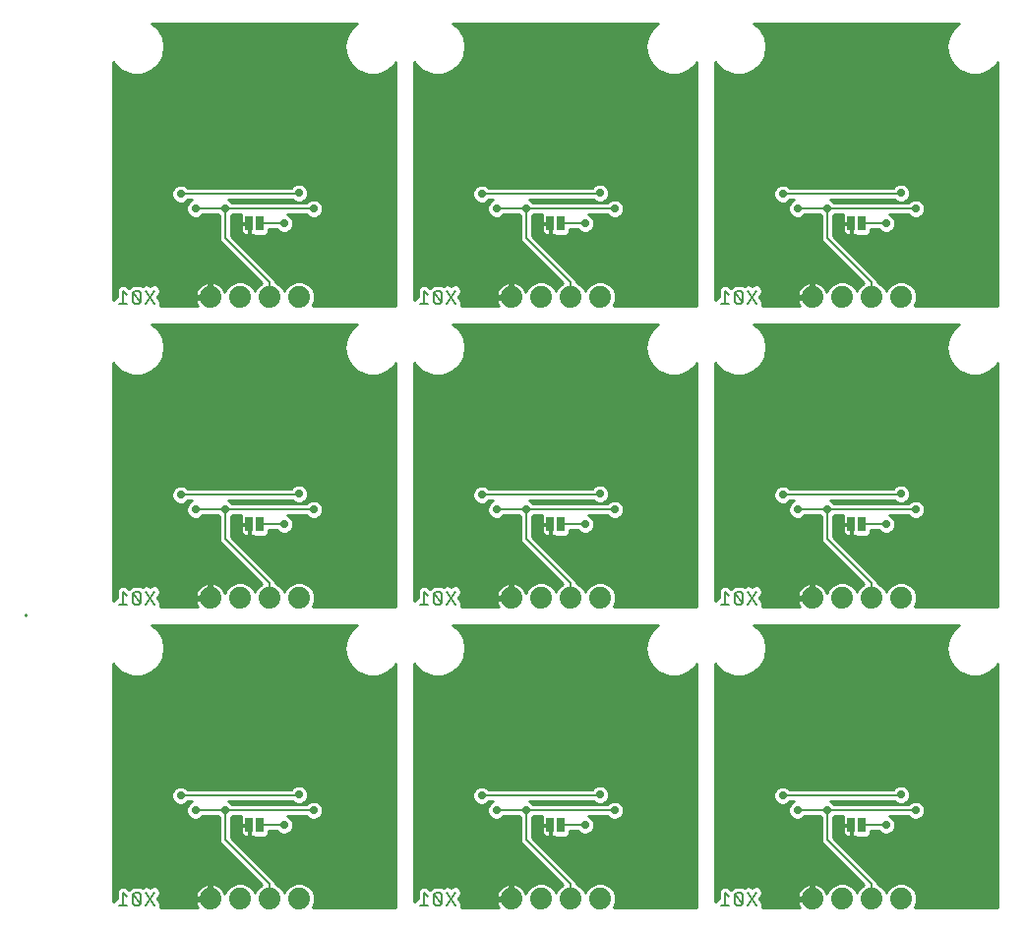
<source format=gbl>
G75*
%MOIN*%
%OFA0B0*%
%FSLAX25Y25*%
%IPPOS*%
%LPD*%
%AMOC8*
5,1,8,0,0,1.08239X$1,22.5*
%
%ADD10C,0.00800*%
%ADD11R,0.02500X0.05000*%
%ADD12C,0.07400*%
%ADD13C,0.01000*%
%ADD14C,0.02900*%
%ADD15C,0.00700*%
D10*
X0037996Y0052400D02*
X0040798Y0052400D01*
X0039397Y0052400D02*
X0039397Y0056604D01*
X0040798Y0055202D01*
X0042600Y0055903D02*
X0043300Y0056604D01*
X0044701Y0056604D01*
X0045402Y0055903D01*
X0045402Y0053101D01*
X0042600Y0055903D01*
X0042600Y0053101D01*
X0043300Y0052400D01*
X0044701Y0052400D01*
X0045402Y0053101D01*
X0047204Y0052400D02*
X0050006Y0056604D01*
X0047204Y0056604D02*
X0050006Y0052400D01*
X0139996Y0052400D02*
X0142798Y0052400D01*
X0141397Y0052400D02*
X0141397Y0056604D01*
X0142798Y0055202D01*
X0144600Y0055903D02*
X0147402Y0053101D01*
X0146701Y0052400D01*
X0145300Y0052400D01*
X0144600Y0053101D01*
X0144600Y0055903D01*
X0145300Y0056604D01*
X0146701Y0056604D01*
X0147402Y0055903D01*
X0147402Y0053101D01*
X0149204Y0052400D02*
X0152006Y0056604D01*
X0149204Y0056604D02*
X0152006Y0052400D01*
X0241996Y0052400D02*
X0244798Y0052400D01*
X0243397Y0052400D02*
X0243397Y0056604D01*
X0244798Y0055202D01*
X0246600Y0055903D02*
X0247300Y0056604D01*
X0248701Y0056604D01*
X0249402Y0055903D01*
X0249402Y0053101D01*
X0246600Y0055903D01*
X0246600Y0053101D01*
X0247300Y0052400D01*
X0248701Y0052400D01*
X0249402Y0053101D01*
X0251204Y0052400D02*
X0254006Y0056604D01*
X0251204Y0056604D02*
X0254006Y0052400D01*
X0254006Y0154400D02*
X0251204Y0158604D01*
X0249402Y0157903D02*
X0248701Y0158604D01*
X0247300Y0158604D01*
X0246600Y0157903D01*
X0249402Y0155101D01*
X0248701Y0154400D01*
X0247300Y0154400D01*
X0246600Y0155101D01*
X0246600Y0157903D01*
X0244798Y0157202D02*
X0243397Y0158604D01*
X0243397Y0154400D01*
X0244798Y0154400D02*
X0241996Y0154400D01*
X0249402Y0155101D02*
X0249402Y0157903D01*
X0251204Y0154400D02*
X0254006Y0158604D01*
X0152006Y0158604D02*
X0149204Y0154400D01*
X0147402Y0155101D02*
X0144600Y0157903D01*
X0144600Y0155101D01*
X0145300Y0154400D01*
X0146701Y0154400D01*
X0147402Y0155101D01*
X0147402Y0157903D01*
X0146701Y0158604D01*
X0145300Y0158604D01*
X0144600Y0157903D01*
X0142798Y0157202D02*
X0141397Y0158604D01*
X0141397Y0154400D01*
X0142798Y0154400D02*
X0139996Y0154400D01*
X0149204Y0158604D02*
X0152006Y0154400D01*
X0050006Y0154400D02*
X0047204Y0158604D01*
X0045402Y0157903D02*
X0045402Y0155101D01*
X0042600Y0157903D01*
X0042600Y0155101D01*
X0043300Y0154400D01*
X0044701Y0154400D01*
X0045402Y0155101D01*
X0047204Y0154400D02*
X0050006Y0158604D01*
X0045402Y0157903D02*
X0044701Y0158604D01*
X0043300Y0158604D01*
X0042600Y0157903D01*
X0040798Y0157202D02*
X0039397Y0158604D01*
X0039397Y0154400D01*
X0040798Y0154400D02*
X0037996Y0154400D01*
X0037996Y0256400D02*
X0040798Y0256400D01*
X0039397Y0256400D02*
X0039397Y0260604D01*
X0040798Y0259202D01*
X0042600Y0259903D02*
X0045402Y0257101D01*
X0044701Y0256400D01*
X0043300Y0256400D01*
X0042600Y0257101D01*
X0042600Y0259903D01*
X0043300Y0260604D01*
X0044701Y0260604D01*
X0045402Y0259903D01*
X0045402Y0257101D01*
X0047204Y0256400D02*
X0050006Y0260604D01*
X0047204Y0260604D02*
X0050006Y0256400D01*
X0139996Y0256400D02*
X0142798Y0256400D01*
X0141397Y0256400D02*
X0141397Y0260604D01*
X0142798Y0259202D01*
X0144600Y0259903D02*
X0147402Y0257101D01*
X0146701Y0256400D01*
X0145300Y0256400D01*
X0144600Y0257101D01*
X0144600Y0259903D01*
X0145300Y0260604D01*
X0146701Y0260604D01*
X0147402Y0259903D01*
X0147402Y0257101D01*
X0149204Y0256400D02*
X0152006Y0260604D01*
X0149204Y0260604D02*
X0152006Y0256400D01*
X0241996Y0256400D02*
X0244798Y0256400D01*
X0243397Y0256400D02*
X0243397Y0260604D01*
X0244798Y0259202D01*
X0246600Y0259903D02*
X0246600Y0257101D01*
X0247300Y0256400D01*
X0248701Y0256400D01*
X0249402Y0257101D01*
X0246600Y0259903D01*
X0247300Y0260604D01*
X0248701Y0260604D01*
X0249402Y0259903D01*
X0249402Y0257101D01*
X0251204Y0256400D02*
X0254006Y0260604D01*
X0251204Y0260604D02*
X0254006Y0256400D01*
D11*
X0286228Y0283500D03*
X0289772Y0283500D03*
X0187772Y0283500D03*
X0184228Y0283500D03*
X0085772Y0283500D03*
X0082228Y0283500D03*
X0082228Y0181500D03*
X0085772Y0181500D03*
X0184228Y0181500D03*
X0187772Y0181500D03*
X0286228Y0181500D03*
X0289772Y0181500D03*
X0289772Y0079500D03*
X0286228Y0079500D03*
X0187772Y0079500D03*
X0184228Y0079500D03*
X0085772Y0079500D03*
X0082228Y0079500D03*
D12*
X0079000Y0054500D03*
X0089000Y0054500D03*
X0099000Y0054500D03*
X0069000Y0054500D03*
X0171000Y0054500D03*
X0181000Y0054500D03*
X0191000Y0054500D03*
X0201000Y0054500D03*
X0273000Y0054500D03*
X0283000Y0054500D03*
X0293000Y0054500D03*
X0303000Y0054500D03*
X0303000Y0156500D03*
X0293000Y0156500D03*
X0283000Y0156500D03*
X0273000Y0156500D03*
X0201000Y0156500D03*
X0191000Y0156500D03*
X0181000Y0156500D03*
X0171000Y0156500D03*
X0099000Y0156500D03*
X0089000Y0156500D03*
X0079000Y0156500D03*
X0069000Y0156500D03*
X0069000Y0258500D03*
X0079000Y0258500D03*
X0089000Y0258500D03*
X0099000Y0258500D03*
X0171000Y0258500D03*
X0181000Y0258500D03*
X0191000Y0258500D03*
X0201000Y0258500D03*
X0273000Y0258500D03*
X0283000Y0258500D03*
X0293000Y0258500D03*
X0303000Y0258500D03*
D13*
X0299046Y0262183D02*
X0296954Y0262183D01*
X0297578Y0261559D02*
X0296059Y0263078D01*
X0295050Y0263496D01*
X0295050Y0264349D01*
X0280050Y0279349D01*
X0280050Y0286095D01*
X0280405Y0286450D01*
X0283546Y0286450D01*
X0283478Y0286197D01*
X0283478Y0283625D01*
X0286103Y0283625D01*
X0286103Y0283375D01*
X0283478Y0283375D01*
X0283478Y0280803D01*
X0283581Y0280421D01*
X0283778Y0280079D01*
X0284057Y0279800D01*
X0284399Y0279602D01*
X0284781Y0279500D01*
X0286103Y0279500D01*
X0286103Y0283375D01*
X0286353Y0283375D01*
X0286353Y0279500D01*
X0287617Y0279500D01*
X0287817Y0279300D01*
X0291726Y0279300D01*
X0292722Y0280296D01*
X0292722Y0281450D01*
X0295595Y0281450D01*
X0296216Y0280830D01*
X0297373Y0280350D01*
X0298627Y0280350D01*
X0299784Y0280830D01*
X0300670Y0281716D01*
X0301150Y0282873D01*
X0301150Y0284127D01*
X0300670Y0285284D01*
X0299784Y0286170D01*
X0299109Y0286450D01*
X0305595Y0286450D01*
X0306216Y0285830D01*
X0307373Y0285350D01*
X0308627Y0285350D01*
X0309784Y0285830D01*
X0310670Y0286716D01*
X0311150Y0287873D01*
X0311150Y0289127D01*
X0310670Y0290284D01*
X0309784Y0291170D01*
X0308627Y0291650D01*
X0307373Y0291650D01*
X0306216Y0291170D01*
X0305595Y0290550D01*
X0280405Y0290550D01*
X0279784Y0291170D01*
X0279109Y0291450D01*
X0300871Y0291450D01*
X0301216Y0291105D01*
X0302373Y0290626D01*
X0303627Y0290626D01*
X0304784Y0291105D01*
X0305670Y0291991D01*
X0306150Y0293149D01*
X0306150Y0294402D01*
X0305670Y0295560D01*
X0304784Y0296446D01*
X0303627Y0296926D01*
X0302373Y0296926D01*
X0301216Y0296446D01*
X0300330Y0295560D01*
X0300325Y0295550D01*
X0265405Y0295550D01*
X0264784Y0296170D01*
X0263627Y0296650D01*
X0262373Y0296650D01*
X0261216Y0296170D01*
X0260330Y0295284D01*
X0259850Y0294127D01*
X0259850Y0292873D01*
X0260330Y0291716D01*
X0261216Y0290830D01*
X0262373Y0290350D01*
X0263627Y0290350D01*
X0264784Y0290830D01*
X0265405Y0291450D01*
X0266891Y0291450D01*
X0266216Y0291170D01*
X0265330Y0290284D01*
X0264850Y0289127D01*
X0264850Y0287873D01*
X0265330Y0286716D01*
X0266216Y0285830D01*
X0267373Y0285350D01*
X0268627Y0285350D01*
X0269784Y0285830D01*
X0270405Y0286450D01*
X0275595Y0286450D01*
X0275950Y0286095D01*
X0275950Y0277651D01*
X0277151Y0276450D01*
X0290353Y0263248D01*
X0289941Y0263078D01*
X0288422Y0261559D01*
X0288000Y0260540D01*
X0287578Y0261559D01*
X0286059Y0263078D01*
X0284074Y0263900D01*
X0281926Y0263900D01*
X0279941Y0263078D01*
X0278422Y0261559D01*
X0277891Y0260276D01*
X0277819Y0260496D01*
X0277447Y0261225D01*
X0276966Y0261888D01*
X0276388Y0262466D01*
X0275725Y0262947D01*
X0274996Y0263319D01*
X0274218Y0263572D01*
X0273500Y0263686D01*
X0273500Y0259000D01*
X0272500Y0259000D01*
X0272500Y0263686D01*
X0271782Y0263572D01*
X0271004Y0263319D01*
X0270275Y0262947D01*
X0269612Y0262466D01*
X0269034Y0261888D01*
X0268553Y0261225D01*
X0268181Y0260496D01*
X0267928Y0259718D01*
X0267814Y0259000D01*
X0272500Y0259000D01*
X0272500Y0258000D01*
X0267814Y0258000D01*
X0267928Y0257282D01*
X0268181Y0256504D01*
X0268553Y0255775D01*
X0268679Y0255600D01*
X0255987Y0255600D01*
X0256236Y0256841D01*
X0255129Y0258502D01*
X0256236Y0260162D01*
X0255895Y0261868D01*
X0254447Y0262833D01*
X0252741Y0262492D01*
X0252605Y0262288D01*
X0252468Y0262492D01*
X0250762Y0262833D01*
X0249970Y0262305D01*
X0249571Y0262704D01*
X0248170Y0262704D01*
X0247992Y0262704D01*
X0247832Y0262704D01*
X0247832Y0262704D01*
X0246430Y0262704D01*
X0246430Y0262704D01*
X0246416Y0262690D01*
X0245349Y0261622D01*
X0245131Y0261839D01*
X0244267Y0262704D01*
X0242527Y0262704D01*
X0241903Y0262080D01*
X0241297Y0261473D01*
X0241297Y0258500D01*
X0241126Y0258500D01*
X0240100Y0257474D01*
X0240100Y0338383D01*
X0240688Y0337365D01*
X0240688Y0337365D01*
X0243227Y0335234D01*
X0243227Y0335234D01*
X0246343Y0334100D01*
X0249657Y0334100D01*
X0252772Y0335234D01*
X0252773Y0335234D01*
X0255312Y0337365D01*
X0256969Y0340235D01*
X0256969Y0340235D01*
X0257545Y0343500D01*
X0256969Y0346765D01*
X0255312Y0349635D01*
X0255312Y0349635D01*
X0253209Y0351400D01*
X0322791Y0351400D01*
X0320688Y0349635D01*
X0319031Y0346765D01*
X0318455Y0343500D01*
X0318455Y0343500D01*
X0319031Y0340235D01*
X0320688Y0337365D01*
X0320688Y0337365D01*
X0323227Y0335234D01*
X0323227Y0335234D01*
X0326343Y0334100D01*
X0329657Y0334100D01*
X0332772Y0335234D01*
X0332773Y0335234D01*
X0335312Y0337365D01*
X0335900Y0338383D01*
X0335900Y0255600D01*
X0307644Y0255600D01*
X0308400Y0257426D01*
X0308400Y0259574D01*
X0307578Y0261559D01*
X0306059Y0263078D01*
X0304074Y0263900D01*
X0301926Y0263900D01*
X0299941Y0263078D01*
X0298422Y0261559D01*
X0298000Y0260540D01*
X0297578Y0261559D01*
X0297733Y0261184D02*
X0298267Y0261184D01*
X0300191Y0263181D02*
X0295809Y0263181D01*
X0295050Y0264180D02*
X0335900Y0264180D01*
X0335900Y0265178D02*
X0294221Y0265178D01*
X0293222Y0266177D02*
X0335900Y0266177D01*
X0335900Y0267175D02*
X0292224Y0267175D01*
X0291225Y0268174D02*
X0335900Y0268174D01*
X0335900Y0269172D02*
X0290227Y0269172D01*
X0289228Y0270171D02*
X0335900Y0270171D01*
X0335900Y0271170D02*
X0288230Y0271170D01*
X0287231Y0272168D02*
X0335900Y0272168D01*
X0335900Y0273167D02*
X0286233Y0273167D01*
X0285234Y0274165D02*
X0335900Y0274165D01*
X0335900Y0275164D02*
X0284236Y0275164D01*
X0283237Y0276162D02*
X0335900Y0276162D01*
X0335900Y0277161D02*
X0282239Y0277161D01*
X0281240Y0278159D02*
X0335900Y0278159D01*
X0335900Y0279158D02*
X0280242Y0279158D01*
X0280050Y0280156D02*
X0283734Y0280156D01*
X0283478Y0281155D02*
X0280050Y0281155D01*
X0280050Y0282153D02*
X0283478Y0282153D01*
X0283478Y0283152D02*
X0280050Y0283152D01*
X0280050Y0284150D02*
X0283478Y0284150D01*
X0283478Y0285149D02*
X0280050Y0285149D01*
X0280102Y0286147D02*
X0283478Y0286147D01*
X0286103Y0283152D02*
X0286353Y0283152D01*
X0286353Y0282153D02*
X0286103Y0282153D01*
X0286103Y0281155D02*
X0286353Y0281155D01*
X0286353Y0280156D02*
X0286103Y0280156D01*
X0279436Y0274165D02*
X0240100Y0274165D01*
X0240100Y0273167D02*
X0280434Y0273167D01*
X0281433Y0272168D02*
X0240100Y0272168D01*
X0240100Y0271170D02*
X0282431Y0271170D01*
X0283430Y0270171D02*
X0240100Y0270171D01*
X0240100Y0269172D02*
X0284428Y0269172D01*
X0285427Y0268174D02*
X0240100Y0268174D01*
X0240100Y0267175D02*
X0286425Y0267175D01*
X0287424Y0266177D02*
X0240100Y0266177D01*
X0240100Y0265178D02*
X0288422Y0265178D01*
X0289421Y0264180D02*
X0240100Y0264180D01*
X0240100Y0263181D02*
X0270734Y0263181D01*
X0269329Y0262183D02*
X0255423Y0262183D01*
X0256031Y0261184D02*
X0268532Y0261184D01*
X0268080Y0260186D02*
X0256231Y0260186D01*
X0255586Y0259187D02*
X0267844Y0259187D01*
X0267958Y0257190D02*
X0256003Y0257190D01*
X0256106Y0256192D02*
X0268340Y0256192D01*
X0272500Y0258189D02*
X0255337Y0258189D01*
X0248170Y0262704D02*
X0248170Y0262704D01*
X0245910Y0262183D02*
X0244787Y0262183D01*
X0242006Y0262183D02*
X0240100Y0262183D01*
X0240100Y0261184D02*
X0241297Y0261184D01*
X0241297Y0260186D02*
X0240100Y0260186D01*
X0240100Y0259187D02*
X0241297Y0259187D01*
X0240815Y0258189D02*
X0240100Y0258189D01*
X0233900Y0258189D02*
X0206400Y0258189D01*
X0206400Y0257426D02*
X0206400Y0259574D01*
X0205578Y0261559D01*
X0204059Y0263078D01*
X0202074Y0263900D01*
X0199926Y0263900D01*
X0197941Y0263078D01*
X0196422Y0261559D01*
X0196000Y0260540D01*
X0195578Y0261559D01*
X0194059Y0263078D01*
X0193050Y0263496D01*
X0193050Y0264349D01*
X0178050Y0279349D01*
X0178050Y0286095D01*
X0178405Y0286450D01*
X0181546Y0286450D01*
X0181478Y0286197D01*
X0181478Y0283625D01*
X0184103Y0283625D01*
X0184103Y0283375D01*
X0181478Y0283375D01*
X0181478Y0280803D01*
X0181581Y0280421D01*
X0181778Y0280079D01*
X0182057Y0279800D01*
X0182399Y0279602D01*
X0182781Y0279500D01*
X0184103Y0279500D01*
X0184103Y0283375D01*
X0184353Y0283375D01*
X0184353Y0279500D01*
X0185617Y0279500D01*
X0185817Y0279300D01*
X0189726Y0279300D01*
X0190722Y0280296D01*
X0190722Y0281450D01*
X0193595Y0281450D01*
X0194216Y0280830D01*
X0195373Y0280350D01*
X0196627Y0280350D01*
X0197784Y0280830D01*
X0198670Y0281716D01*
X0199150Y0282873D01*
X0199150Y0284127D01*
X0198670Y0285284D01*
X0197784Y0286170D01*
X0197109Y0286450D01*
X0203595Y0286450D01*
X0204216Y0285830D01*
X0205373Y0285350D01*
X0206627Y0285350D01*
X0207784Y0285830D01*
X0208670Y0286716D01*
X0209150Y0287873D01*
X0209150Y0289127D01*
X0208670Y0290284D01*
X0207784Y0291170D01*
X0206627Y0291650D01*
X0205373Y0291650D01*
X0204216Y0291170D01*
X0203595Y0290550D01*
X0178405Y0290550D01*
X0177784Y0291170D01*
X0177109Y0291450D01*
X0198871Y0291450D01*
X0199216Y0291105D01*
X0200373Y0290626D01*
X0201627Y0290626D01*
X0202784Y0291105D01*
X0203670Y0291991D01*
X0204150Y0293149D01*
X0204150Y0294402D01*
X0203670Y0295560D01*
X0202784Y0296446D01*
X0201627Y0296926D01*
X0200373Y0296926D01*
X0199216Y0296446D01*
X0198330Y0295560D01*
X0198325Y0295550D01*
X0163405Y0295550D01*
X0162784Y0296170D01*
X0161627Y0296650D01*
X0160373Y0296650D01*
X0159216Y0296170D01*
X0158330Y0295284D01*
X0157850Y0294127D01*
X0157850Y0292873D01*
X0158330Y0291716D01*
X0159216Y0290830D01*
X0160373Y0290350D01*
X0161627Y0290350D01*
X0162784Y0290830D01*
X0163405Y0291450D01*
X0164891Y0291450D01*
X0164216Y0291170D01*
X0163330Y0290284D01*
X0162850Y0289127D01*
X0162850Y0287873D01*
X0163330Y0286716D01*
X0164216Y0285830D01*
X0165373Y0285350D01*
X0166627Y0285350D01*
X0167784Y0285830D01*
X0168405Y0286450D01*
X0173595Y0286450D01*
X0173950Y0286095D01*
X0173950Y0277651D01*
X0175151Y0276450D01*
X0188353Y0263248D01*
X0187941Y0263078D01*
X0186422Y0261559D01*
X0186000Y0260540D01*
X0185578Y0261559D01*
X0184059Y0263078D01*
X0182074Y0263900D01*
X0179926Y0263900D01*
X0177941Y0263078D01*
X0176422Y0261559D01*
X0175891Y0260276D01*
X0175819Y0260496D01*
X0175447Y0261225D01*
X0174966Y0261888D01*
X0174388Y0262466D01*
X0173725Y0262947D01*
X0172996Y0263319D01*
X0172218Y0263572D01*
X0171500Y0263686D01*
X0171500Y0259000D01*
X0170500Y0259000D01*
X0170500Y0263686D01*
X0169782Y0263572D01*
X0169004Y0263319D01*
X0168275Y0262947D01*
X0167612Y0262466D01*
X0167034Y0261888D01*
X0166553Y0261225D01*
X0166181Y0260496D01*
X0165928Y0259718D01*
X0165814Y0259000D01*
X0170500Y0259000D01*
X0170500Y0258000D01*
X0165814Y0258000D01*
X0165928Y0257282D01*
X0166181Y0256504D01*
X0166553Y0255775D01*
X0166679Y0255600D01*
X0153987Y0255600D01*
X0154236Y0256841D01*
X0153129Y0258502D01*
X0154236Y0260162D01*
X0153895Y0261868D01*
X0152447Y0262833D01*
X0150741Y0262492D01*
X0150605Y0262288D01*
X0150468Y0262492D01*
X0148762Y0262833D01*
X0147970Y0262305D01*
X0147571Y0262704D01*
X0146170Y0262704D01*
X0145832Y0262704D01*
X0145832Y0262704D01*
X0144430Y0262704D01*
X0144430Y0262704D01*
X0144416Y0262690D01*
X0143349Y0261622D01*
X0143131Y0261839D01*
X0142267Y0262704D01*
X0140527Y0262704D01*
X0139903Y0262080D01*
X0139297Y0261473D01*
X0139297Y0258500D01*
X0139126Y0258500D01*
X0138100Y0257474D01*
X0138100Y0338383D01*
X0138688Y0337365D01*
X0138688Y0337365D01*
X0141227Y0335234D01*
X0141227Y0335234D01*
X0144343Y0334100D01*
X0147657Y0334100D01*
X0150772Y0335234D01*
X0150773Y0335234D01*
X0153312Y0337365D01*
X0154969Y0340235D01*
X0154969Y0340235D01*
X0155545Y0343500D01*
X0154969Y0346765D01*
X0153312Y0349635D01*
X0153312Y0349635D01*
X0151209Y0351400D01*
X0220791Y0351400D01*
X0218688Y0349635D01*
X0217031Y0346765D01*
X0216455Y0343500D01*
X0216455Y0343500D01*
X0217031Y0340235D01*
X0218688Y0337365D01*
X0218688Y0337365D01*
X0221227Y0335234D01*
X0221227Y0335234D01*
X0224343Y0334100D01*
X0227657Y0334100D01*
X0230772Y0335234D01*
X0230773Y0335234D01*
X0233312Y0337365D01*
X0233900Y0338383D01*
X0233900Y0255600D01*
X0205644Y0255600D01*
X0206400Y0257426D01*
X0206302Y0257190D02*
X0233900Y0257190D01*
X0233900Y0256192D02*
X0205889Y0256192D01*
X0206400Y0259187D02*
X0233900Y0259187D01*
X0233900Y0260186D02*
X0206147Y0260186D01*
X0205733Y0261184D02*
X0233900Y0261184D01*
X0233900Y0262183D02*
X0204954Y0262183D01*
X0203809Y0263181D02*
X0233900Y0263181D01*
X0233900Y0264180D02*
X0193050Y0264180D01*
X0193809Y0263181D02*
X0198191Y0263181D01*
X0197046Y0262183D02*
X0194954Y0262183D01*
X0195733Y0261184D02*
X0196267Y0261184D01*
X0192221Y0265178D02*
X0233900Y0265178D01*
X0233900Y0266177D02*
X0191222Y0266177D01*
X0190224Y0267175D02*
X0233900Y0267175D01*
X0233900Y0268174D02*
X0189225Y0268174D01*
X0188227Y0269172D02*
X0233900Y0269172D01*
X0233900Y0270171D02*
X0187228Y0270171D01*
X0186230Y0271170D02*
X0233900Y0271170D01*
X0233900Y0272168D02*
X0185231Y0272168D01*
X0184233Y0273167D02*
X0233900Y0273167D01*
X0233900Y0274165D02*
X0183234Y0274165D01*
X0182236Y0275164D02*
X0233900Y0275164D01*
X0233900Y0276162D02*
X0181237Y0276162D01*
X0180239Y0277161D02*
X0233900Y0277161D01*
X0233900Y0278159D02*
X0179240Y0278159D01*
X0178242Y0279158D02*
X0233900Y0279158D01*
X0233900Y0280156D02*
X0190582Y0280156D01*
X0190722Y0281155D02*
X0193891Y0281155D01*
X0198109Y0281155D02*
X0233900Y0281155D01*
X0233900Y0282153D02*
X0198852Y0282153D01*
X0199150Y0283152D02*
X0233900Y0283152D01*
X0233900Y0284150D02*
X0199140Y0284150D01*
X0198727Y0285149D02*
X0233900Y0285149D01*
X0233900Y0286147D02*
X0208102Y0286147D01*
X0208849Y0287146D02*
X0233900Y0287146D01*
X0233900Y0288144D02*
X0209150Y0288144D01*
X0209143Y0289143D02*
X0233900Y0289143D01*
X0233900Y0290141D02*
X0208730Y0290141D01*
X0207815Y0291140D02*
X0233900Y0291140D01*
X0233900Y0292138D02*
X0203731Y0292138D01*
X0204145Y0293137D02*
X0233900Y0293137D01*
X0233900Y0294135D02*
X0204150Y0294135D01*
X0203847Y0295134D02*
X0233900Y0295134D01*
X0233900Y0296132D02*
X0203098Y0296132D01*
X0198902Y0296132D02*
X0162822Y0296132D01*
X0159178Y0296132D02*
X0138100Y0296132D01*
X0138100Y0295134D02*
X0158267Y0295134D01*
X0157854Y0294135D02*
X0138100Y0294135D01*
X0138100Y0293137D02*
X0157850Y0293137D01*
X0158155Y0292138D02*
X0138100Y0292138D01*
X0138100Y0291140D02*
X0158905Y0291140D01*
X0163095Y0291140D02*
X0164185Y0291140D01*
X0163270Y0290141D02*
X0138100Y0290141D01*
X0138100Y0289143D02*
X0162857Y0289143D01*
X0162850Y0288144D02*
X0138100Y0288144D01*
X0138100Y0287146D02*
X0163151Y0287146D01*
X0163898Y0286147D02*
X0138100Y0286147D01*
X0138100Y0285149D02*
X0173950Y0285149D01*
X0173950Y0284150D02*
X0138100Y0284150D01*
X0138100Y0283152D02*
X0173950Y0283152D01*
X0173950Y0282153D02*
X0138100Y0282153D01*
X0138100Y0281155D02*
X0173950Y0281155D01*
X0173950Y0280156D02*
X0138100Y0280156D01*
X0138100Y0279158D02*
X0173950Y0279158D01*
X0173950Y0278159D02*
X0138100Y0278159D01*
X0138100Y0277161D02*
X0174440Y0277161D01*
X0175439Y0276162D02*
X0138100Y0276162D01*
X0138100Y0275164D02*
X0176437Y0275164D01*
X0177436Y0274165D02*
X0138100Y0274165D01*
X0138100Y0273167D02*
X0178434Y0273167D01*
X0179433Y0272168D02*
X0138100Y0272168D01*
X0138100Y0271170D02*
X0180431Y0271170D01*
X0181430Y0270171D02*
X0138100Y0270171D01*
X0138100Y0269172D02*
X0182428Y0269172D01*
X0183427Y0268174D02*
X0138100Y0268174D01*
X0138100Y0267175D02*
X0184425Y0267175D01*
X0185424Y0266177D02*
X0138100Y0266177D01*
X0138100Y0265178D02*
X0186422Y0265178D01*
X0187421Y0264180D02*
X0138100Y0264180D01*
X0138100Y0263181D02*
X0168734Y0263181D01*
X0167329Y0262183D02*
X0153423Y0262183D01*
X0154031Y0261184D02*
X0166532Y0261184D01*
X0166080Y0260186D02*
X0154231Y0260186D01*
X0153586Y0259187D02*
X0165844Y0259187D01*
X0165958Y0257190D02*
X0154003Y0257190D01*
X0154106Y0256192D02*
X0166340Y0256192D01*
X0170500Y0258189D02*
X0153337Y0258189D01*
X0146170Y0262704D02*
X0146170Y0262704D01*
X0143910Y0262183D02*
X0142787Y0262183D01*
X0140006Y0262183D02*
X0138100Y0262183D01*
X0138100Y0261184D02*
X0139297Y0261184D01*
X0139297Y0260186D02*
X0138100Y0260186D01*
X0138100Y0259187D02*
X0139297Y0259187D01*
X0138815Y0258189D02*
X0138100Y0258189D01*
X0131900Y0258189D02*
X0104400Y0258189D01*
X0104400Y0257426D02*
X0104400Y0259574D01*
X0103578Y0261559D01*
X0102059Y0263078D01*
X0100074Y0263900D01*
X0097926Y0263900D01*
X0095941Y0263078D01*
X0094422Y0261559D01*
X0094000Y0260540D01*
X0093578Y0261559D01*
X0092059Y0263078D01*
X0091050Y0263496D01*
X0091050Y0264349D01*
X0076050Y0279349D01*
X0076050Y0286095D01*
X0076405Y0286450D01*
X0079546Y0286450D01*
X0079478Y0286197D01*
X0079478Y0283625D01*
X0082103Y0283625D01*
X0082103Y0283375D01*
X0079478Y0283375D01*
X0079478Y0280803D01*
X0079581Y0280421D01*
X0079778Y0280079D01*
X0080057Y0279800D01*
X0080399Y0279602D01*
X0080781Y0279500D01*
X0082103Y0279500D01*
X0082103Y0283375D01*
X0082353Y0283375D01*
X0082353Y0279500D01*
X0083617Y0279500D01*
X0083817Y0279300D01*
X0087726Y0279300D01*
X0088722Y0280296D01*
X0088722Y0281450D01*
X0091595Y0281450D01*
X0092216Y0280830D01*
X0093373Y0280350D01*
X0094627Y0280350D01*
X0095784Y0280830D01*
X0096670Y0281716D01*
X0097150Y0282873D01*
X0097150Y0284127D01*
X0096670Y0285284D01*
X0095784Y0286170D01*
X0095109Y0286450D01*
X0101595Y0286450D01*
X0102216Y0285830D01*
X0103373Y0285350D01*
X0104627Y0285350D01*
X0105784Y0285830D01*
X0106670Y0286716D01*
X0107150Y0287873D01*
X0107150Y0289127D01*
X0106670Y0290284D01*
X0105784Y0291170D01*
X0104627Y0291650D01*
X0103373Y0291650D01*
X0102216Y0291170D01*
X0101595Y0290550D01*
X0076405Y0290550D01*
X0075784Y0291170D01*
X0075109Y0291450D01*
X0096871Y0291450D01*
X0097216Y0291105D01*
X0098373Y0290626D01*
X0099627Y0290626D01*
X0100784Y0291105D01*
X0101670Y0291991D01*
X0102150Y0293149D01*
X0102150Y0294402D01*
X0101670Y0295560D01*
X0100784Y0296446D01*
X0099627Y0296926D01*
X0098373Y0296926D01*
X0097216Y0296446D01*
X0096330Y0295560D01*
X0096325Y0295550D01*
X0061405Y0295550D01*
X0060784Y0296170D01*
X0059627Y0296650D01*
X0058373Y0296650D01*
X0057216Y0296170D01*
X0056330Y0295284D01*
X0055850Y0294127D01*
X0055850Y0292873D01*
X0056330Y0291716D01*
X0057216Y0290830D01*
X0058373Y0290350D01*
X0059627Y0290350D01*
X0060784Y0290830D01*
X0061405Y0291450D01*
X0062891Y0291450D01*
X0062216Y0291170D01*
X0061330Y0290284D01*
X0060850Y0289127D01*
X0060850Y0287873D01*
X0061330Y0286716D01*
X0062216Y0285830D01*
X0063373Y0285350D01*
X0064627Y0285350D01*
X0065784Y0285830D01*
X0066405Y0286450D01*
X0071595Y0286450D01*
X0071950Y0286095D01*
X0071950Y0277651D01*
X0073151Y0276450D01*
X0086353Y0263248D01*
X0085941Y0263078D01*
X0084422Y0261559D01*
X0084000Y0260540D01*
X0083578Y0261559D01*
X0082059Y0263078D01*
X0080074Y0263900D01*
X0077926Y0263900D01*
X0075941Y0263078D01*
X0074422Y0261559D01*
X0073891Y0260276D01*
X0073819Y0260496D01*
X0073447Y0261225D01*
X0072966Y0261888D01*
X0072388Y0262466D01*
X0071725Y0262947D01*
X0070996Y0263319D01*
X0070218Y0263572D01*
X0069500Y0263686D01*
X0069500Y0259000D01*
X0068500Y0259000D01*
X0068500Y0263686D01*
X0067782Y0263572D01*
X0067004Y0263319D01*
X0066275Y0262947D01*
X0065612Y0262466D01*
X0065034Y0261888D01*
X0064553Y0261225D01*
X0064181Y0260496D01*
X0063928Y0259718D01*
X0063814Y0259000D01*
X0068500Y0259000D01*
X0068500Y0258000D01*
X0063814Y0258000D01*
X0063928Y0257282D01*
X0064181Y0256504D01*
X0064553Y0255775D01*
X0064679Y0255600D01*
X0051987Y0255600D01*
X0052236Y0256841D01*
X0051129Y0258502D01*
X0052236Y0260162D01*
X0051895Y0261868D01*
X0050447Y0262833D01*
X0048741Y0262492D01*
X0048605Y0262288D01*
X0048468Y0262492D01*
X0046762Y0262833D01*
X0045970Y0262305D01*
X0045571Y0262704D01*
X0044170Y0262704D01*
X0043992Y0262704D01*
X0043832Y0262704D01*
X0043832Y0262704D01*
X0042430Y0262704D01*
X0042430Y0262704D01*
X0042416Y0262690D01*
X0041349Y0261622D01*
X0041131Y0261839D01*
X0040267Y0262704D01*
X0038527Y0262704D01*
X0037903Y0262080D01*
X0037297Y0261473D01*
X0037297Y0258500D01*
X0037126Y0258500D01*
X0036100Y0257474D01*
X0036100Y0338383D01*
X0036688Y0337365D01*
X0036688Y0337365D01*
X0039227Y0335234D01*
X0039227Y0335234D01*
X0042343Y0334100D01*
X0045657Y0334100D01*
X0048772Y0335234D01*
X0048773Y0335234D01*
X0051312Y0337365D01*
X0052969Y0340235D01*
X0052969Y0340235D01*
X0053545Y0343500D01*
X0052969Y0346765D01*
X0051312Y0349635D01*
X0051312Y0349635D01*
X0049209Y0351400D01*
X0118791Y0351400D01*
X0116688Y0349635D01*
X0115031Y0346765D01*
X0114455Y0343500D01*
X0114455Y0343500D01*
X0115031Y0340235D01*
X0116688Y0337365D01*
X0116688Y0337365D01*
X0119227Y0335234D01*
X0119227Y0335234D01*
X0122343Y0334100D01*
X0125657Y0334100D01*
X0128772Y0335234D01*
X0128773Y0335234D01*
X0131312Y0337365D01*
X0131900Y0338383D01*
X0131900Y0255600D01*
X0103644Y0255600D01*
X0104400Y0257426D01*
X0104302Y0257190D02*
X0131900Y0257190D01*
X0131900Y0256192D02*
X0103889Y0256192D01*
X0104400Y0259187D02*
X0131900Y0259187D01*
X0131900Y0260186D02*
X0104147Y0260186D01*
X0103733Y0261184D02*
X0131900Y0261184D01*
X0131900Y0262183D02*
X0102954Y0262183D01*
X0101809Y0263181D02*
X0131900Y0263181D01*
X0131900Y0264180D02*
X0091050Y0264180D01*
X0091809Y0263181D02*
X0096191Y0263181D01*
X0095046Y0262183D02*
X0092954Y0262183D01*
X0093733Y0261184D02*
X0094267Y0261184D01*
X0090221Y0265178D02*
X0131900Y0265178D01*
X0131900Y0266177D02*
X0089222Y0266177D01*
X0088224Y0267175D02*
X0131900Y0267175D01*
X0131900Y0268174D02*
X0087225Y0268174D01*
X0086227Y0269172D02*
X0131900Y0269172D01*
X0131900Y0270171D02*
X0085228Y0270171D01*
X0084230Y0271170D02*
X0131900Y0271170D01*
X0131900Y0272168D02*
X0083231Y0272168D01*
X0082233Y0273167D02*
X0131900Y0273167D01*
X0131900Y0274165D02*
X0081234Y0274165D01*
X0080236Y0275164D02*
X0131900Y0275164D01*
X0131900Y0276162D02*
X0079237Y0276162D01*
X0078239Y0277161D02*
X0131900Y0277161D01*
X0131900Y0278159D02*
X0077240Y0278159D01*
X0076242Y0279158D02*
X0131900Y0279158D01*
X0131900Y0280156D02*
X0088582Y0280156D01*
X0088722Y0281155D02*
X0091891Y0281155D01*
X0096109Y0281155D02*
X0131900Y0281155D01*
X0131900Y0282153D02*
X0096852Y0282153D01*
X0097150Y0283152D02*
X0131900Y0283152D01*
X0131900Y0284150D02*
X0097140Y0284150D01*
X0096727Y0285149D02*
X0131900Y0285149D01*
X0131900Y0286147D02*
X0106102Y0286147D01*
X0106849Y0287146D02*
X0131900Y0287146D01*
X0131900Y0288144D02*
X0107150Y0288144D01*
X0107143Y0289143D02*
X0131900Y0289143D01*
X0131900Y0290141D02*
X0106730Y0290141D01*
X0105815Y0291140D02*
X0131900Y0291140D01*
X0131900Y0292138D02*
X0101731Y0292138D01*
X0102145Y0293137D02*
X0131900Y0293137D01*
X0131900Y0294135D02*
X0102150Y0294135D01*
X0101847Y0295134D02*
X0131900Y0295134D01*
X0131900Y0296132D02*
X0101098Y0296132D01*
X0096902Y0296132D02*
X0060822Y0296132D01*
X0057178Y0296132D02*
X0036100Y0296132D01*
X0036100Y0295134D02*
X0056267Y0295134D01*
X0055854Y0294135D02*
X0036100Y0294135D01*
X0036100Y0293137D02*
X0055850Y0293137D01*
X0056155Y0292138D02*
X0036100Y0292138D01*
X0036100Y0291140D02*
X0056905Y0291140D01*
X0061095Y0291140D02*
X0062185Y0291140D01*
X0061270Y0290141D02*
X0036100Y0290141D01*
X0036100Y0289143D02*
X0060857Y0289143D01*
X0060850Y0288144D02*
X0036100Y0288144D01*
X0036100Y0287146D02*
X0061151Y0287146D01*
X0061898Y0286147D02*
X0036100Y0286147D01*
X0036100Y0285149D02*
X0071950Y0285149D01*
X0071950Y0284150D02*
X0036100Y0284150D01*
X0036100Y0283152D02*
X0071950Y0283152D01*
X0071950Y0282153D02*
X0036100Y0282153D01*
X0036100Y0281155D02*
X0071950Y0281155D01*
X0071950Y0280156D02*
X0036100Y0280156D01*
X0036100Y0279158D02*
X0071950Y0279158D01*
X0071950Y0278159D02*
X0036100Y0278159D01*
X0036100Y0277161D02*
X0072440Y0277161D01*
X0073439Y0276162D02*
X0036100Y0276162D01*
X0036100Y0275164D02*
X0074437Y0275164D01*
X0075436Y0274165D02*
X0036100Y0274165D01*
X0036100Y0273167D02*
X0076434Y0273167D01*
X0077433Y0272168D02*
X0036100Y0272168D01*
X0036100Y0271170D02*
X0078431Y0271170D01*
X0079430Y0270171D02*
X0036100Y0270171D01*
X0036100Y0269172D02*
X0080428Y0269172D01*
X0081427Y0268174D02*
X0036100Y0268174D01*
X0036100Y0267175D02*
X0082425Y0267175D01*
X0083424Y0266177D02*
X0036100Y0266177D01*
X0036100Y0265178D02*
X0084422Y0265178D01*
X0085421Y0264180D02*
X0036100Y0264180D01*
X0036100Y0263181D02*
X0066734Y0263181D01*
X0065329Y0262183D02*
X0051423Y0262183D01*
X0052031Y0261184D02*
X0064532Y0261184D01*
X0064080Y0260186D02*
X0052231Y0260186D01*
X0051586Y0259187D02*
X0063844Y0259187D01*
X0063958Y0257190D02*
X0052003Y0257190D01*
X0052106Y0256192D02*
X0064340Y0256192D01*
X0068500Y0258189D02*
X0051337Y0258189D01*
X0044170Y0262704D02*
X0044170Y0262704D01*
X0041910Y0262183D02*
X0040787Y0262183D01*
X0038006Y0262183D02*
X0036100Y0262183D01*
X0036100Y0261184D02*
X0037297Y0261184D01*
X0037297Y0260186D02*
X0036100Y0260186D01*
X0036100Y0259187D02*
X0037297Y0259187D01*
X0036815Y0258189D02*
X0036100Y0258189D01*
X0049209Y0249400D02*
X0118791Y0249400D01*
X0116688Y0247635D01*
X0115031Y0244765D01*
X0114455Y0241500D01*
X0114455Y0241500D01*
X0115031Y0238235D01*
X0116688Y0235365D01*
X0116688Y0235365D01*
X0119227Y0233234D01*
X0119227Y0233234D01*
X0122343Y0232100D01*
X0125657Y0232100D01*
X0128772Y0233234D01*
X0128773Y0233234D01*
X0131312Y0235365D01*
X0131900Y0236383D01*
X0131900Y0153600D01*
X0103644Y0153600D01*
X0104400Y0155426D01*
X0104400Y0157574D01*
X0103578Y0159559D01*
X0102059Y0161078D01*
X0100074Y0161900D01*
X0097926Y0161900D01*
X0095941Y0161078D01*
X0094422Y0159559D01*
X0094000Y0158540D01*
X0093578Y0159559D01*
X0092059Y0161078D01*
X0091050Y0161496D01*
X0091050Y0162349D01*
X0076050Y0177349D01*
X0076050Y0184095D01*
X0076405Y0184450D01*
X0079546Y0184450D01*
X0079478Y0184197D01*
X0079478Y0181625D01*
X0082103Y0181625D01*
X0082103Y0181375D01*
X0079478Y0181375D01*
X0079478Y0178803D01*
X0079581Y0178421D01*
X0079778Y0178079D01*
X0080057Y0177800D01*
X0080399Y0177602D01*
X0080781Y0177500D01*
X0082103Y0177500D01*
X0082103Y0181375D01*
X0082353Y0181375D01*
X0082353Y0177500D01*
X0083617Y0177500D01*
X0083817Y0177300D01*
X0087726Y0177300D01*
X0088722Y0178296D01*
X0088722Y0179450D01*
X0091595Y0179450D01*
X0092216Y0178830D01*
X0093373Y0178350D01*
X0094627Y0178350D01*
X0095784Y0178830D01*
X0096670Y0179716D01*
X0097150Y0180873D01*
X0097150Y0182127D01*
X0096670Y0183284D01*
X0095784Y0184170D01*
X0095109Y0184450D01*
X0101595Y0184450D01*
X0102216Y0183830D01*
X0103373Y0183350D01*
X0104627Y0183350D01*
X0105784Y0183830D01*
X0106670Y0184716D01*
X0107150Y0185873D01*
X0107150Y0187127D01*
X0106670Y0188284D01*
X0105784Y0189170D01*
X0104627Y0189650D01*
X0103373Y0189650D01*
X0102216Y0189170D01*
X0101595Y0188550D01*
X0076405Y0188550D01*
X0075784Y0189170D01*
X0075109Y0189450D01*
X0096871Y0189450D01*
X0097216Y0189105D01*
X0098373Y0188626D01*
X0099627Y0188626D01*
X0100784Y0189105D01*
X0101670Y0189991D01*
X0102150Y0191149D01*
X0102150Y0192402D01*
X0101670Y0193560D01*
X0100784Y0194446D01*
X0099627Y0194926D01*
X0098373Y0194926D01*
X0097216Y0194446D01*
X0096330Y0193560D01*
X0096325Y0193550D01*
X0061405Y0193550D01*
X0060784Y0194170D01*
X0059627Y0194650D01*
X0058373Y0194650D01*
X0057216Y0194170D01*
X0056330Y0193284D01*
X0055850Y0192127D01*
X0055850Y0190873D01*
X0056330Y0189716D01*
X0057216Y0188830D01*
X0058373Y0188350D01*
X0059627Y0188350D01*
X0060784Y0188830D01*
X0061405Y0189450D01*
X0062891Y0189450D01*
X0062216Y0189170D01*
X0061330Y0188284D01*
X0060850Y0187127D01*
X0060850Y0185873D01*
X0061330Y0184716D01*
X0062216Y0183830D01*
X0063373Y0183350D01*
X0064627Y0183350D01*
X0065784Y0183830D01*
X0066405Y0184450D01*
X0071595Y0184450D01*
X0071950Y0184095D01*
X0071950Y0175651D01*
X0073151Y0174450D01*
X0086353Y0161248D01*
X0085941Y0161078D01*
X0084422Y0159559D01*
X0084000Y0158540D01*
X0083578Y0159559D01*
X0082059Y0161078D01*
X0080074Y0161900D01*
X0077926Y0161900D01*
X0075941Y0161078D01*
X0074422Y0159559D01*
X0073891Y0158276D01*
X0073819Y0158496D01*
X0073447Y0159225D01*
X0072966Y0159888D01*
X0072388Y0160466D01*
X0071725Y0160947D01*
X0070996Y0161319D01*
X0070218Y0161572D01*
X0069500Y0161686D01*
X0069500Y0157000D01*
X0068500Y0157000D01*
X0068500Y0161686D01*
X0067782Y0161572D01*
X0067004Y0161319D01*
X0066275Y0160947D01*
X0065612Y0160466D01*
X0065034Y0159888D01*
X0064553Y0159225D01*
X0064181Y0158496D01*
X0063928Y0157718D01*
X0063814Y0157000D01*
X0068500Y0157000D01*
X0068500Y0156000D01*
X0063814Y0156000D01*
X0063928Y0155282D01*
X0064181Y0154504D01*
X0064553Y0153775D01*
X0064679Y0153600D01*
X0051987Y0153600D01*
X0052236Y0154841D01*
X0051129Y0156502D01*
X0052236Y0158162D01*
X0051895Y0159868D01*
X0050447Y0160833D01*
X0048741Y0160492D01*
X0048605Y0160288D01*
X0048468Y0160492D01*
X0046762Y0160833D01*
X0045970Y0160305D01*
X0045571Y0160704D01*
X0044170Y0160704D01*
X0043832Y0160704D01*
X0043832Y0160704D01*
X0042430Y0160704D01*
X0042430Y0160704D01*
X0042416Y0160690D01*
X0041349Y0159622D01*
X0041131Y0159839D01*
X0040267Y0160704D01*
X0038527Y0160704D01*
X0037903Y0160080D01*
X0037297Y0159473D01*
X0037297Y0156500D01*
X0037126Y0156500D01*
X0036100Y0155474D01*
X0036100Y0236383D01*
X0036688Y0235365D01*
X0036688Y0235365D01*
X0039227Y0233234D01*
X0039227Y0233234D01*
X0042343Y0232100D01*
X0045657Y0232100D01*
X0048773Y0233234D01*
X0051312Y0235365D01*
X0052969Y0238235D01*
X0053545Y0241500D01*
X0052969Y0244765D01*
X0051312Y0247635D01*
X0051312Y0247635D01*
X0049209Y0249400D01*
X0049445Y0249202D02*
X0118555Y0249202D01*
X0117365Y0248204D02*
X0050635Y0248204D01*
X0051560Y0247205D02*
X0116440Y0247205D01*
X0116688Y0247635D02*
X0116688Y0247635D01*
X0115863Y0246207D02*
X0052137Y0246207D01*
X0052713Y0245208D02*
X0115287Y0245208D01*
X0115031Y0244765D02*
X0115031Y0244765D01*
X0114933Y0244210D02*
X0053067Y0244210D01*
X0052969Y0244765D02*
X0052969Y0244765D01*
X0053243Y0243211D02*
X0114757Y0243211D01*
X0114581Y0242213D02*
X0053419Y0242213D01*
X0053545Y0241500D02*
X0053545Y0241500D01*
X0053495Y0241214D02*
X0114505Y0241214D01*
X0114681Y0240216D02*
X0053319Y0240216D01*
X0053142Y0239217D02*
X0114858Y0239217D01*
X0115031Y0238235D02*
X0115031Y0238235D01*
X0115040Y0238219D02*
X0052960Y0238219D01*
X0052383Y0237220D02*
X0115617Y0237220D01*
X0116193Y0236222D02*
X0051807Y0236222D01*
X0051312Y0235365D02*
X0051312Y0235365D01*
X0051143Y0235223D02*
X0116857Y0235223D01*
X0118047Y0234225D02*
X0049953Y0234225D01*
X0048773Y0233234D02*
X0048773Y0233234D01*
X0048751Y0233226D02*
X0119249Y0233226D01*
X0121992Y0232228D02*
X0046008Y0232228D01*
X0041992Y0232228D02*
X0036100Y0232228D01*
X0036100Y0233226D02*
X0039249Y0233226D01*
X0038047Y0234225D02*
X0036100Y0234225D01*
X0036100Y0235223D02*
X0036857Y0235223D01*
X0036193Y0236222D02*
X0036100Y0236222D01*
X0036100Y0231229D02*
X0131900Y0231229D01*
X0131900Y0230231D02*
X0036100Y0230231D01*
X0036100Y0229232D02*
X0131900Y0229232D01*
X0131900Y0228234D02*
X0036100Y0228234D01*
X0036100Y0227235D02*
X0131900Y0227235D01*
X0131900Y0226237D02*
X0036100Y0226237D01*
X0036100Y0225238D02*
X0131900Y0225238D01*
X0131900Y0224239D02*
X0036100Y0224239D01*
X0036100Y0223241D02*
X0131900Y0223241D01*
X0131900Y0222242D02*
X0036100Y0222242D01*
X0036100Y0221244D02*
X0131900Y0221244D01*
X0131900Y0220245D02*
X0036100Y0220245D01*
X0036100Y0219247D02*
X0131900Y0219247D01*
X0131900Y0218248D02*
X0036100Y0218248D01*
X0036100Y0217250D02*
X0131900Y0217250D01*
X0131900Y0216251D02*
X0036100Y0216251D01*
X0036100Y0215253D02*
X0131900Y0215253D01*
X0131900Y0214254D02*
X0036100Y0214254D01*
X0036100Y0213256D02*
X0131900Y0213256D01*
X0131900Y0212257D02*
X0036100Y0212257D01*
X0036100Y0211259D02*
X0131900Y0211259D01*
X0131900Y0210260D02*
X0036100Y0210260D01*
X0036100Y0209262D02*
X0131900Y0209262D01*
X0131900Y0208263D02*
X0036100Y0208263D01*
X0036100Y0207265D02*
X0131900Y0207265D01*
X0131900Y0206266D02*
X0036100Y0206266D01*
X0036100Y0205268D02*
X0131900Y0205268D01*
X0131900Y0204269D02*
X0036100Y0204269D01*
X0036100Y0203271D02*
X0131900Y0203271D01*
X0131900Y0202272D02*
X0036100Y0202272D01*
X0036100Y0201274D02*
X0131900Y0201274D01*
X0131900Y0200275D02*
X0036100Y0200275D01*
X0036100Y0199277D02*
X0131900Y0199277D01*
X0131900Y0198278D02*
X0036100Y0198278D01*
X0036100Y0197280D02*
X0131900Y0197280D01*
X0131900Y0196281D02*
X0036100Y0196281D01*
X0036100Y0195283D02*
X0131900Y0195283D01*
X0131900Y0194284D02*
X0100946Y0194284D01*
X0101784Y0193286D02*
X0131900Y0193286D01*
X0131900Y0192287D02*
X0102150Y0192287D01*
X0102150Y0191289D02*
X0131900Y0191289D01*
X0131900Y0190290D02*
X0101794Y0190290D01*
X0102508Y0189292D02*
X0100971Y0189292D01*
X0097029Y0189292D02*
X0075492Y0189292D01*
X0076254Y0184299D02*
X0079506Y0184299D01*
X0079478Y0183301D02*
X0076050Y0183301D01*
X0076050Y0182302D02*
X0079478Y0182302D01*
X0079478Y0181303D02*
X0076050Y0181303D01*
X0076050Y0180305D02*
X0079478Y0180305D01*
X0079478Y0179306D02*
X0076050Y0179306D01*
X0076050Y0178308D02*
X0079646Y0178308D01*
X0082103Y0178308D02*
X0082353Y0178308D01*
X0082353Y0179306D02*
X0082103Y0179306D01*
X0082103Y0180305D02*
X0082353Y0180305D01*
X0082353Y0181303D02*
X0082103Y0181303D01*
X0083808Y0177309D02*
X0076090Y0177309D01*
X0077088Y0176311D02*
X0131900Y0176311D01*
X0131900Y0177309D02*
X0087735Y0177309D01*
X0088722Y0178308D02*
X0131900Y0178308D01*
X0131900Y0179306D02*
X0096261Y0179306D01*
X0096915Y0180305D02*
X0131900Y0180305D01*
X0131900Y0181303D02*
X0097150Y0181303D01*
X0097077Y0182302D02*
X0131900Y0182302D01*
X0131900Y0183301D02*
X0096654Y0183301D01*
X0095474Y0184299D02*
X0101746Y0184299D01*
X0106254Y0184299D02*
X0131900Y0184299D01*
X0131900Y0185298D02*
X0106911Y0185298D01*
X0107150Y0186296D02*
X0131900Y0186296D01*
X0131900Y0187295D02*
X0107080Y0187295D01*
X0106662Y0188293D02*
X0131900Y0188293D01*
X0131900Y0189292D02*
X0105492Y0189292D01*
X0097054Y0194284D02*
X0060510Y0194284D01*
X0057490Y0194284D02*
X0036100Y0194284D01*
X0036100Y0193286D02*
X0056331Y0193286D01*
X0055917Y0192287D02*
X0036100Y0192287D01*
X0036100Y0191289D02*
X0055850Y0191289D01*
X0056092Y0190290D02*
X0036100Y0190290D01*
X0036100Y0189292D02*
X0056754Y0189292D01*
X0061246Y0189292D02*
X0062508Y0189292D01*
X0061338Y0188293D02*
X0036100Y0188293D01*
X0036100Y0187295D02*
X0060920Y0187295D01*
X0060850Y0186296D02*
X0036100Y0186296D01*
X0036100Y0185298D02*
X0061089Y0185298D01*
X0061746Y0184299D02*
X0036100Y0184299D01*
X0036100Y0183301D02*
X0071950Y0183301D01*
X0071950Y0182302D02*
X0036100Y0182302D01*
X0036100Y0181303D02*
X0071950Y0181303D01*
X0071950Y0180305D02*
X0036100Y0180305D01*
X0036100Y0179306D02*
X0071950Y0179306D01*
X0071950Y0178308D02*
X0036100Y0178308D01*
X0036100Y0177309D02*
X0071950Y0177309D01*
X0071950Y0176311D02*
X0036100Y0176311D01*
X0036100Y0175312D02*
X0072288Y0175312D01*
X0073287Y0174314D02*
X0036100Y0174314D01*
X0036100Y0173315D02*
X0074285Y0173315D01*
X0075284Y0172317D02*
X0036100Y0172317D01*
X0036100Y0171318D02*
X0076282Y0171318D01*
X0077281Y0170320D02*
X0036100Y0170320D01*
X0036100Y0169321D02*
X0078279Y0169321D01*
X0079278Y0168323D02*
X0036100Y0168323D01*
X0036100Y0167324D02*
X0080277Y0167324D01*
X0081275Y0166326D02*
X0036100Y0166326D01*
X0036100Y0165327D02*
X0082274Y0165327D01*
X0083272Y0164329D02*
X0036100Y0164329D01*
X0036100Y0163330D02*
X0084271Y0163330D01*
X0085269Y0162332D02*
X0036100Y0162332D01*
X0036100Y0161333D02*
X0067048Y0161333D01*
X0068500Y0161333D02*
X0069500Y0161333D01*
X0069500Y0160335D02*
X0068500Y0160335D01*
X0068500Y0159336D02*
X0069500Y0159336D01*
X0069500Y0158338D02*
X0068500Y0158338D01*
X0068500Y0157339D02*
X0069500Y0157339D01*
X0068500Y0156341D02*
X0051236Y0156341D01*
X0051687Y0157339D02*
X0063868Y0157339D01*
X0064130Y0158338D02*
X0052201Y0158338D01*
X0052001Y0159336D02*
X0064633Y0159336D01*
X0065481Y0160335D02*
X0051195Y0160335D01*
X0048636Y0160335D02*
X0048573Y0160335D01*
X0046014Y0160335D02*
X0045940Y0160335D01*
X0044170Y0160704D02*
X0044170Y0160704D01*
X0042062Y0160335D02*
X0040636Y0160335D01*
X0038158Y0160335D02*
X0036100Y0160335D01*
X0036100Y0159336D02*
X0037297Y0159336D01*
X0037297Y0158338D02*
X0036100Y0158338D01*
X0036100Y0157339D02*
X0037297Y0157339D01*
X0036967Y0156341D02*
X0036100Y0156341D01*
X0049209Y0147400D02*
X0118791Y0147400D01*
X0116688Y0145635D01*
X0115031Y0142765D01*
X0114455Y0139500D01*
X0114455Y0139500D01*
X0115031Y0136235D01*
X0116688Y0133365D01*
X0116688Y0133365D01*
X0119227Y0131234D01*
X0119227Y0131234D01*
X0122343Y0130100D01*
X0125657Y0130100D01*
X0128772Y0131234D01*
X0131312Y0133365D01*
X0131900Y0134383D01*
X0131900Y0051600D01*
X0103644Y0051600D01*
X0104400Y0053426D01*
X0104400Y0055574D01*
X0103578Y0057559D01*
X0102059Y0059078D01*
X0100074Y0059900D01*
X0097926Y0059900D01*
X0095941Y0059078D01*
X0094422Y0057559D01*
X0094000Y0056540D01*
X0093578Y0057559D01*
X0092059Y0059078D01*
X0091050Y0059496D01*
X0091050Y0060349D01*
X0076050Y0075349D01*
X0076050Y0082095D01*
X0076405Y0082450D01*
X0079546Y0082450D01*
X0079478Y0082197D01*
X0079478Y0079625D01*
X0082103Y0079625D01*
X0082103Y0079375D01*
X0079478Y0079375D01*
X0079478Y0076803D01*
X0079581Y0076421D01*
X0079778Y0076079D01*
X0080057Y0075800D01*
X0080399Y0075602D01*
X0080781Y0075500D01*
X0082103Y0075500D01*
X0082103Y0079375D01*
X0082353Y0079375D01*
X0082353Y0075500D01*
X0083617Y0075500D01*
X0083817Y0075300D01*
X0087726Y0075300D01*
X0088722Y0076296D01*
X0088722Y0077450D01*
X0091595Y0077450D01*
X0092216Y0076830D01*
X0093373Y0076350D01*
X0094627Y0076350D01*
X0095784Y0076830D01*
X0096670Y0077716D01*
X0097150Y0078873D01*
X0097150Y0080127D01*
X0096670Y0081284D01*
X0095784Y0082170D01*
X0095109Y0082450D01*
X0101595Y0082450D01*
X0102216Y0081830D01*
X0103373Y0081350D01*
X0104627Y0081350D01*
X0105784Y0081830D01*
X0106670Y0082716D01*
X0107150Y0083873D01*
X0107150Y0085127D01*
X0106670Y0086284D01*
X0105784Y0087170D01*
X0104627Y0087650D01*
X0103373Y0087650D01*
X0102216Y0087170D01*
X0101595Y0086550D01*
X0076405Y0086550D01*
X0075784Y0087170D01*
X0075109Y0087450D01*
X0096871Y0087450D01*
X0097216Y0087105D01*
X0098373Y0086626D01*
X0099627Y0086626D01*
X0100784Y0087105D01*
X0101670Y0087991D01*
X0102150Y0089149D01*
X0102150Y0090402D01*
X0101670Y0091560D01*
X0100784Y0092446D01*
X0099627Y0092926D01*
X0098373Y0092926D01*
X0097216Y0092446D01*
X0096330Y0091560D01*
X0096325Y0091550D01*
X0061405Y0091550D01*
X0060784Y0092170D01*
X0059627Y0092650D01*
X0058373Y0092650D01*
X0057216Y0092170D01*
X0056330Y0091284D01*
X0055850Y0090127D01*
X0055850Y0088873D01*
X0056330Y0087716D01*
X0057216Y0086830D01*
X0058373Y0086350D01*
X0059627Y0086350D01*
X0060784Y0086830D01*
X0061405Y0087450D01*
X0062891Y0087450D01*
X0062216Y0087170D01*
X0061330Y0086284D01*
X0060850Y0085127D01*
X0060850Y0083873D01*
X0061330Y0082716D01*
X0062216Y0081830D01*
X0063373Y0081350D01*
X0064627Y0081350D01*
X0065784Y0081830D01*
X0066405Y0082450D01*
X0071595Y0082450D01*
X0071950Y0082095D01*
X0071950Y0073651D01*
X0073151Y0072450D01*
X0086353Y0059248D01*
X0085941Y0059078D01*
X0084422Y0057559D01*
X0084000Y0056540D01*
X0083578Y0057559D01*
X0082059Y0059078D01*
X0080074Y0059900D01*
X0077926Y0059900D01*
X0075941Y0059078D01*
X0074422Y0057559D01*
X0073891Y0056276D01*
X0073819Y0056496D01*
X0073447Y0057225D01*
X0072966Y0057888D01*
X0072388Y0058466D01*
X0071725Y0058947D01*
X0070996Y0059319D01*
X0070218Y0059572D01*
X0069500Y0059686D01*
X0069500Y0055000D01*
X0068500Y0055000D01*
X0068500Y0059686D01*
X0067782Y0059572D01*
X0067004Y0059319D01*
X0066275Y0058947D01*
X0065612Y0058466D01*
X0065034Y0057888D01*
X0064553Y0057225D01*
X0064181Y0056496D01*
X0063928Y0055718D01*
X0063814Y0055000D01*
X0068500Y0055000D01*
X0068500Y0054000D01*
X0063814Y0054000D01*
X0063928Y0053282D01*
X0064181Y0052504D01*
X0064553Y0051775D01*
X0064679Y0051600D01*
X0051987Y0051600D01*
X0052236Y0052841D01*
X0051129Y0054502D01*
X0052236Y0056162D01*
X0051895Y0057868D01*
X0050447Y0058833D01*
X0048741Y0058492D01*
X0048605Y0058288D01*
X0048468Y0058492D01*
X0046762Y0058833D01*
X0045970Y0058305D01*
X0045571Y0058704D01*
X0044170Y0058704D01*
X0043992Y0058704D01*
X0043832Y0058704D01*
X0043832Y0058704D01*
X0042430Y0058704D01*
X0042430Y0058704D01*
X0042416Y0058690D01*
X0041349Y0057622D01*
X0041131Y0057839D01*
X0040267Y0058704D01*
X0038527Y0058704D01*
X0037903Y0058080D01*
X0037297Y0057473D01*
X0037297Y0054500D01*
X0037126Y0054500D01*
X0036100Y0053474D01*
X0036100Y0134383D01*
X0036688Y0133365D01*
X0036688Y0133365D01*
X0039227Y0131234D01*
X0039227Y0131234D01*
X0042343Y0130100D01*
X0045657Y0130100D01*
X0048772Y0131234D01*
X0048773Y0131234D01*
X0051312Y0133365D01*
X0052969Y0136235D01*
X0052969Y0136235D01*
X0053545Y0139500D01*
X0052969Y0142765D01*
X0051312Y0145635D01*
X0051312Y0145635D01*
X0049209Y0147400D01*
X0049264Y0147354D02*
X0118736Y0147354D01*
X0117546Y0146356D02*
X0050454Y0146356D01*
X0051473Y0145357D02*
X0116527Y0145357D01*
X0116688Y0145635D02*
X0116688Y0145635D01*
X0116688Y0145635D01*
X0115951Y0144359D02*
X0052049Y0144359D01*
X0052626Y0143360D02*
X0115374Y0143360D01*
X0115031Y0142765D02*
X0115031Y0142765D01*
X0114960Y0142362D02*
X0053040Y0142362D01*
X0052969Y0142765D02*
X0052969Y0142765D01*
X0053216Y0141363D02*
X0114784Y0141363D01*
X0114607Y0140365D02*
X0053393Y0140365D01*
X0053545Y0139500D02*
X0053545Y0139500D01*
X0053521Y0139366D02*
X0114479Y0139366D01*
X0114655Y0138368D02*
X0053345Y0138368D01*
X0053169Y0137369D02*
X0114831Y0137369D01*
X0115007Y0136370D02*
X0052993Y0136370D01*
X0052471Y0135372D02*
X0115529Y0135372D01*
X0115031Y0136235D02*
X0115031Y0136235D01*
X0116106Y0134373D02*
X0051894Y0134373D01*
X0051318Y0133375D02*
X0116682Y0133375D01*
X0117866Y0132376D02*
X0050134Y0132376D01*
X0051312Y0133365D02*
X0051312Y0133365D01*
X0051312Y0133365D01*
X0048944Y0131378D02*
X0119056Y0131378D01*
X0121575Y0130379D02*
X0046425Y0130379D01*
X0041575Y0130379D02*
X0036100Y0130379D01*
X0036100Y0129381D02*
X0131900Y0129381D01*
X0131900Y0130379D02*
X0126425Y0130379D01*
X0125657Y0130100D02*
X0125657Y0130100D01*
X0128944Y0131378D02*
X0131900Y0131378D01*
X0131900Y0132376D02*
X0130134Y0132376D01*
X0131312Y0133365D02*
X0131312Y0133365D01*
X0131318Y0133375D02*
X0131900Y0133375D01*
X0131894Y0134373D02*
X0131900Y0134373D01*
X0131900Y0128382D02*
X0036100Y0128382D01*
X0036100Y0127384D02*
X0131900Y0127384D01*
X0131900Y0126385D02*
X0036100Y0126385D01*
X0036100Y0125387D02*
X0131900Y0125387D01*
X0131900Y0124388D02*
X0036100Y0124388D01*
X0036100Y0123390D02*
X0131900Y0123390D01*
X0131900Y0122391D02*
X0036100Y0122391D01*
X0036100Y0121393D02*
X0131900Y0121393D01*
X0131900Y0120394D02*
X0036100Y0120394D01*
X0036100Y0119396D02*
X0131900Y0119396D01*
X0131900Y0118397D02*
X0036100Y0118397D01*
X0036100Y0117399D02*
X0131900Y0117399D01*
X0131900Y0116400D02*
X0036100Y0116400D01*
X0036100Y0115402D02*
X0131900Y0115402D01*
X0131900Y0114403D02*
X0036100Y0114403D01*
X0036100Y0113405D02*
X0131900Y0113405D01*
X0131900Y0112406D02*
X0036100Y0112406D01*
X0036100Y0111408D02*
X0131900Y0111408D01*
X0131900Y0110409D02*
X0036100Y0110409D01*
X0036100Y0109411D02*
X0131900Y0109411D01*
X0131900Y0108412D02*
X0036100Y0108412D01*
X0036100Y0107414D02*
X0131900Y0107414D01*
X0131900Y0106415D02*
X0036100Y0106415D01*
X0036100Y0105417D02*
X0131900Y0105417D01*
X0131900Y0104418D02*
X0036100Y0104418D01*
X0036100Y0103420D02*
X0131900Y0103420D01*
X0131900Y0102421D02*
X0036100Y0102421D01*
X0036100Y0101423D02*
X0131900Y0101423D01*
X0131900Y0100424D02*
X0036100Y0100424D01*
X0036100Y0099426D02*
X0131900Y0099426D01*
X0131900Y0098427D02*
X0036100Y0098427D01*
X0036100Y0097429D02*
X0131900Y0097429D01*
X0131900Y0096430D02*
X0036100Y0096430D01*
X0036100Y0095432D02*
X0131900Y0095432D01*
X0131900Y0094433D02*
X0036100Y0094433D01*
X0036100Y0093434D02*
X0131900Y0093434D01*
X0131900Y0092436D02*
X0100794Y0092436D01*
X0101721Y0091437D02*
X0131900Y0091437D01*
X0131900Y0090439D02*
X0102135Y0090439D01*
X0102150Y0089440D02*
X0131900Y0089440D01*
X0131900Y0088442D02*
X0101857Y0088442D01*
X0101123Y0087443D02*
X0102875Y0087443D01*
X0105125Y0087443D02*
X0131900Y0087443D01*
X0131900Y0086445D02*
X0106510Y0086445D01*
X0107018Y0085446D02*
X0131900Y0085446D01*
X0131900Y0084448D02*
X0107150Y0084448D01*
X0106974Y0083449D02*
X0131900Y0083449D01*
X0131900Y0082451D02*
X0106406Y0082451D01*
X0104874Y0081452D02*
X0131900Y0081452D01*
X0131900Y0080454D02*
X0097014Y0080454D01*
X0097150Y0079455D02*
X0131900Y0079455D01*
X0131900Y0078457D02*
X0096977Y0078457D01*
X0096413Y0077458D02*
X0131900Y0077458D01*
X0131900Y0076460D02*
X0094892Y0076460D01*
X0093108Y0076460D02*
X0088722Y0076460D01*
X0087887Y0075461D02*
X0131900Y0075461D01*
X0131900Y0074463D02*
X0076936Y0074463D01*
X0076050Y0075461D02*
X0083656Y0075461D01*
X0082353Y0076460D02*
X0082103Y0076460D01*
X0082103Y0077458D02*
X0082353Y0077458D01*
X0082353Y0078457D02*
X0082103Y0078457D01*
X0082103Y0079455D02*
X0076050Y0079455D01*
X0076050Y0078457D02*
X0079478Y0078457D01*
X0079478Y0077458D02*
X0076050Y0077458D01*
X0076050Y0076460D02*
X0079570Y0076460D01*
X0077935Y0073464D02*
X0131900Y0073464D01*
X0131900Y0072466D02*
X0078933Y0072466D01*
X0079932Y0071467D02*
X0131900Y0071467D01*
X0131900Y0070469D02*
X0080930Y0070469D01*
X0081929Y0069470D02*
X0131900Y0069470D01*
X0131900Y0068472D02*
X0082927Y0068472D01*
X0083926Y0067473D02*
X0131900Y0067473D01*
X0131900Y0066475D02*
X0084924Y0066475D01*
X0085923Y0065476D02*
X0131900Y0065476D01*
X0131900Y0064478D02*
X0086921Y0064478D01*
X0087920Y0063479D02*
X0131900Y0063479D01*
X0131900Y0062481D02*
X0088918Y0062481D01*
X0089917Y0061482D02*
X0131900Y0061482D01*
X0131900Y0060484D02*
X0090916Y0060484D01*
X0091076Y0059485D02*
X0096924Y0059485D01*
X0095350Y0058487D02*
X0092650Y0058487D01*
X0093607Y0057488D02*
X0094393Y0057488D01*
X0101076Y0059485D02*
X0131900Y0059485D01*
X0131900Y0058487D02*
X0102650Y0058487D01*
X0103607Y0057488D02*
X0131900Y0057488D01*
X0131900Y0056490D02*
X0104021Y0056490D01*
X0104400Y0055491D02*
X0131900Y0055491D01*
X0131900Y0054493D02*
X0104400Y0054493D01*
X0104400Y0053494D02*
X0131900Y0053494D01*
X0131900Y0052496D02*
X0104015Y0052496D01*
X0086116Y0059485D02*
X0081076Y0059485D01*
X0082650Y0058487D02*
X0085350Y0058487D01*
X0084393Y0057488D02*
X0083607Y0057488D01*
X0085117Y0060484D02*
X0036100Y0060484D01*
X0036100Y0061482D02*
X0084119Y0061482D01*
X0083120Y0062481D02*
X0036100Y0062481D01*
X0036100Y0063479D02*
X0082122Y0063479D01*
X0081123Y0064478D02*
X0036100Y0064478D01*
X0036100Y0065476D02*
X0080125Y0065476D01*
X0079126Y0066475D02*
X0036100Y0066475D01*
X0036100Y0067473D02*
X0078128Y0067473D01*
X0077129Y0068472D02*
X0036100Y0068472D01*
X0036100Y0069470D02*
X0076131Y0069470D01*
X0075132Y0070469D02*
X0036100Y0070469D01*
X0036100Y0071467D02*
X0074134Y0071467D01*
X0073135Y0072466D02*
X0036100Y0072466D01*
X0036100Y0073464D02*
X0072137Y0073464D01*
X0071950Y0074463D02*
X0036100Y0074463D01*
X0036100Y0075461D02*
X0071950Y0075461D01*
X0071950Y0076460D02*
X0036100Y0076460D01*
X0036100Y0077458D02*
X0071950Y0077458D01*
X0071950Y0078457D02*
X0036100Y0078457D01*
X0036100Y0079455D02*
X0071950Y0079455D01*
X0071950Y0080454D02*
X0036100Y0080454D01*
X0036100Y0081452D02*
X0063126Y0081452D01*
X0064874Y0081452D02*
X0071950Y0081452D01*
X0076050Y0081452D02*
X0079478Y0081452D01*
X0079478Y0080454D02*
X0076050Y0080454D01*
X0075125Y0087443D02*
X0096877Y0087443D01*
X0097206Y0092436D02*
X0060143Y0092436D01*
X0057857Y0092436D02*
X0036100Y0092436D01*
X0036100Y0091437D02*
X0056483Y0091437D01*
X0055979Y0090439D02*
X0036100Y0090439D01*
X0036100Y0089440D02*
X0055850Y0089440D01*
X0056029Y0088442D02*
X0036100Y0088442D01*
X0036100Y0087443D02*
X0056602Y0087443D01*
X0058144Y0086445D02*
X0036100Y0086445D01*
X0036100Y0085446D02*
X0060982Y0085446D01*
X0060850Y0084448D02*
X0036100Y0084448D01*
X0036100Y0083449D02*
X0061026Y0083449D01*
X0061594Y0082451D02*
X0036100Y0082451D01*
X0036100Y0059485D02*
X0067515Y0059485D01*
X0068500Y0059485D02*
X0069500Y0059485D01*
X0070485Y0059485D02*
X0076924Y0059485D01*
X0075350Y0058487D02*
X0072360Y0058487D01*
X0073257Y0057488D02*
X0074393Y0057488D01*
X0073979Y0056490D02*
X0073821Y0056490D01*
X0069500Y0056490D02*
X0068500Y0056490D01*
X0068500Y0057488D02*
X0069500Y0057488D01*
X0069500Y0058487D02*
X0068500Y0058487D01*
X0065640Y0058487D02*
X0050967Y0058487D01*
X0051971Y0057488D02*
X0064743Y0057488D01*
X0064179Y0056490D02*
X0052170Y0056490D01*
X0051788Y0055491D02*
X0063892Y0055491D01*
X0063895Y0053494D02*
X0051800Y0053494D01*
X0052167Y0052496D02*
X0064185Y0052496D01*
X0068500Y0054493D02*
X0051135Y0054493D01*
X0048737Y0058487D02*
X0048472Y0058487D01*
X0046242Y0058487D02*
X0045788Y0058487D01*
X0044170Y0058704D02*
X0044170Y0058704D01*
X0042213Y0058487D02*
X0040484Y0058487D01*
X0038310Y0058487D02*
X0036100Y0058487D01*
X0036100Y0057488D02*
X0037312Y0057488D01*
X0037297Y0056490D02*
X0036100Y0056490D01*
X0036100Y0055491D02*
X0037297Y0055491D01*
X0037118Y0054493D02*
X0036100Y0054493D01*
X0036100Y0053494D02*
X0036120Y0053494D01*
X0068500Y0055491D02*
X0069500Y0055491D01*
X0096502Y0081452D02*
X0103126Y0081452D01*
X0138100Y0081452D02*
X0165126Y0081452D01*
X0165373Y0081350D02*
X0166627Y0081350D01*
X0167784Y0081830D01*
X0168405Y0082450D01*
X0173595Y0082450D01*
X0173950Y0082095D01*
X0173950Y0073651D01*
X0175151Y0072450D01*
X0188353Y0059248D01*
X0187941Y0059078D01*
X0186422Y0057559D01*
X0186000Y0056540D01*
X0185578Y0057559D01*
X0184059Y0059078D01*
X0182074Y0059900D01*
X0179926Y0059900D01*
X0177941Y0059078D01*
X0176422Y0057559D01*
X0175891Y0056276D01*
X0175819Y0056496D01*
X0175447Y0057225D01*
X0174966Y0057888D01*
X0174388Y0058466D01*
X0173725Y0058947D01*
X0172996Y0059319D01*
X0172218Y0059572D01*
X0171500Y0059686D01*
X0171500Y0055000D01*
X0170500Y0055000D01*
X0170500Y0059686D01*
X0169782Y0059572D01*
X0169004Y0059319D01*
X0168275Y0058947D01*
X0167612Y0058466D01*
X0167034Y0057888D01*
X0166553Y0057225D01*
X0166181Y0056496D01*
X0165928Y0055718D01*
X0165814Y0055000D01*
X0170500Y0055000D01*
X0170500Y0054000D01*
X0165814Y0054000D01*
X0165928Y0053282D01*
X0166181Y0052504D01*
X0166553Y0051775D01*
X0166679Y0051600D01*
X0153987Y0051600D01*
X0154236Y0052841D01*
X0153129Y0054502D01*
X0154236Y0056162D01*
X0153895Y0057868D01*
X0152447Y0058833D01*
X0150741Y0058492D01*
X0150605Y0058288D01*
X0150468Y0058492D01*
X0148762Y0058833D01*
X0147970Y0058305D01*
X0147571Y0058704D01*
X0146170Y0058704D01*
X0145832Y0058704D01*
X0145832Y0058704D01*
X0144430Y0058704D01*
X0144430Y0058704D01*
X0144416Y0058690D01*
X0143349Y0057622D01*
X0143131Y0057839D01*
X0142267Y0058704D01*
X0140527Y0058704D01*
X0139903Y0058080D01*
X0139297Y0057473D01*
X0139297Y0054500D01*
X0139126Y0054500D01*
X0138100Y0053474D01*
X0138100Y0134383D01*
X0138688Y0133365D01*
X0138688Y0133365D01*
X0141227Y0131234D01*
X0141227Y0131234D01*
X0144343Y0130100D01*
X0147657Y0130100D01*
X0150772Y0131234D01*
X0150773Y0131234D01*
X0153312Y0133365D01*
X0154969Y0136235D01*
X0154969Y0136235D01*
X0155545Y0139500D01*
X0154969Y0142765D01*
X0153312Y0145635D01*
X0151209Y0147400D01*
X0220791Y0147400D01*
X0218688Y0145635D01*
X0217031Y0142765D01*
X0216455Y0139500D01*
X0217031Y0136235D01*
X0218688Y0133365D01*
X0221227Y0131234D01*
X0221227Y0131234D01*
X0224343Y0130100D01*
X0227657Y0130100D01*
X0230772Y0131234D01*
X0230773Y0131234D01*
X0233312Y0133365D01*
X0233900Y0134383D01*
X0233900Y0051600D01*
X0205644Y0051600D01*
X0206400Y0053426D01*
X0206400Y0055574D01*
X0205578Y0057559D01*
X0204059Y0059078D01*
X0202074Y0059900D01*
X0199926Y0059900D01*
X0197941Y0059078D01*
X0196422Y0057559D01*
X0196000Y0056540D01*
X0195578Y0057559D01*
X0194059Y0059078D01*
X0193050Y0059496D01*
X0193050Y0060349D01*
X0178050Y0075349D01*
X0178050Y0082095D01*
X0178405Y0082450D01*
X0181546Y0082450D01*
X0181478Y0082197D01*
X0181478Y0079625D01*
X0184103Y0079625D01*
X0184103Y0079375D01*
X0181478Y0079375D01*
X0181478Y0076803D01*
X0181581Y0076421D01*
X0181778Y0076079D01*
X0182057Y0075800D01*
X0182399Y0075602D01*
X0182781Y0075500D01*
X0184103Y0075500D01*
X0184103Y0079375D01*
X0184353Y0079375D01*
X0184353Y0075500D01*
X0185617Y0075500D01*
X0185817Y0075300D01*
X0189726Y0075300D01*
X0190722Y0076296D01*
X0190722Y0077450D01*
X0193595Y0077450D01*
X0194216Y0076830D01*
X0195373Y0076350D01*
X0196627Y0076350D01*
X0197784Y0076830D01*
X0198670Y0077716D01*
X0199150Y0078873D01*
X0199150Y0080127D01*
X0198670Y0081284D01*
X0197784Y0082170D01*
X0197109Y0082450D01*
X0203595Y0082450D01*
X0204216Y0081830D01*
X0205373Y0081350D01*
X0206627Y0081350D01*
X0207784Y0081830D01*
X0208670Y0082716D01*
X0209150Y0083873D01*
X0209150Y0085127D01*
X0208670Y0086284D01*
X0207784Y0087170D01*
X0206627Y0087650D01*
X0205373Y0087650D01*
X0204216Y0087170D01*
X0203595Y0086550D01*
X0178405Y0086550D01*
X0177784Y0087170D01*
X0177109Y0087450D01*
X0198871Y0087450D01*
X0199216Y0087105D01*
X0200373Y0086626D01*
X0201627Y0086626D01*
X0202784Y0087105D01*
X0203670Y0087991D01*
X0204150Y0089149D01*
X0204150Y0090402D01*
X0203670Y0091560D01*
X0202784Y0092446D01*
X0201627Y0092926D01*
X0200373Y0092926D01*
X0199216Y0092446D01*
X0198330Y0091560D01*
X0198325Y0091550D01*
X0163405Y0091550D01*
X0162784Y0092170D01*
X0161627Y0092650D01*
X0160373Y0092650D01*
X0159216Y0092170D01*
X0158330Y0091284D01*
X0157850Y0090127D01*
X0157850Y0088873D01*
X0158330Y0087716D01*
X0159216Y0086830D01*
X0160373Y0086350D01*
X0161627Y0086350D01*
X0162784Y0086830D01*
X0163405Y0087450D01*
X0164891Y0087450D01*
X0164216Y0087170D01*
X0163330Y0086284D01*
X0162850Y0085127D01*
X0162850Y0083873D01*
X0163330Y0082716D01*
X0164216Y0081830D01*
X0165373Y0081350D01*
X0166874Y0081452D02*
X0173950Y0081452D01*
X0173950Y0080454D02*
X0138100Y0080454D01*
X0138100Y0079455D02*
X0173950Y0079455D01*
X0173950Y0078457D02*
X0138100Y0078457D01*
X0138100Y0077458D02*
X0173950Y0077458D01*
X0173950Y0076460D02*
X0138100Y0076460D01*
X0138100Y0075461D02*
X0173950Y0075461D01*
X0173950Y0074463D02*
X0138100Y0074463D01*
X0138100Y0073464D02*
X0174137Y0073464D01*
X0175135Y0072466D02*
X0138100Y0072466D01*
X0138100Y0071467D02*
X0176134Y0071467D01*
X0177132Y0070469D02*
X0138100Y0070469D01*
X0138100Y0069470D02*
X0178131Y0069470D01*
X0179129Y0068472D02*
X0138100Y0068472D01*
X0138100Y0067473D02*
X0180128Y0067473D01*
X0181126Y0066475D02*
X0138100Y0066475D01*
X0138100Y0065476D02*
X0182125Y0065476D01*
X0183123Y0064478D02*
X0138100Y0064478D01*
X0138100Y0063479D02*
X0184122Y0063479D01*
X0185120Y0062481D02*
X0138100Y0062481D01*
X0138100Y0061482D02*
X0186119Y0061482D01*
X0187117Y0060484D02*
X0138100Y0060484D01*
X0138100Y0059485D02*
X0169515Y0059485D01*
X0170500Y0059485D02*
X0171500Y0059485D01*
X0172485Y0059485D02*
X0178924Y0059485D01*
X0177350Y0058487D02*
X0174360Y0058487D01*
X0175257Y0057488D02*
X0176393Y0057488D01*
X0175979Y0056490D02*
X0175821Y0056490D01*
X0171500Y0056490D02*
X0170500Y0056490D01*
X0170500Y0057488D02*
X0171500Y0057488D01*
X0171500Y0058487D02*
X0170500Y0058487D01*
X0167640Y0058487D02*
X0152967Y0058487D01*
X0153971Y0057488D02*
X0166743Y0057488D01*
X0166179Y0056490D02*
X0154170Y0056490D01*
X0153788Y0055491D02*
X0165892Y0055491D01*
X0165895Y0053494D02*
X0153800Y0053494D01*
X0154167Y0052496D02*
X0166185Y0052496D01*
X0170500Y0054493D02*
X0153135Y0054493D01*
X0150737Y0058487D02*
X0150472Y0058487D01*
X0148242Y0058487D02*
X0147788Y0058487D01*
X0146170Y0058704D02*
X0146170Y0058704D01*
X0144213Y0058487D02*
X0142484Y0058487D01*
X0140310Y0058487D02*
X0138100Y0058487D01*
X0138100Y0057488D02*
X0139312Y0057488D01*
X0139297Y0056490D02*
X0138100Y0056490D01*
X0138100Y0055491D02*
X0139297Y0055491D01*
X0139118Y0054493D02*
X0138100Y0054493D01*
X0138100Y0053494D02*
X0138120Y0053494D01*
X0138100Y0082451D02*
X0163594Y0082451D01*
X0163026Y0083449D02*
X0138100Y0083449D01*
X0138100Y0084448D02*
X0162850Y0084448D01*
X0162982Y0085446D02*
X0138100Y0085446D01*
X0138100Y0086445D02*
X0160144Y0086445D01*
X0161856Y0086445D02*
X0163490Y0086445D01*
X0163398Y0087443D02*
X0164875Y0087443D01*
X0162143Y0092436D02*
X0199206Y0092436D01*
X0202794Y0092436D02*
X0233900Y0092436D01*
X0233900Y0093434D02*
X0138100Y0093434D01*
X0138100Y0092436D02*
X0159857Y0092436D01*
X0158483Y0091437D02*
X0138100Y0091437D01*
X0138100Y0090439D02*
X0157979Y0090439D01*
X0157850Y0089440D02*
X0138100Y0089440D01*
X0138100Y0088442D02*
X0158029Y0088442D01*
X0158602Y0087443D02*
X0138100Y0087443D01*
X0138100Y0094433D02*
X0233900Y0094433D01*
X0233900Y0095432D02*
X0138100Y0095432D01*
X0138100Y0096430D02*
X0233900Y0096430D01*
X0233900Y0097429D02*
X0138100Y0097429D01*
X0138100Y0098427D02*
X0233900Y0098427D01*
X0233900Y0099426D02*
X0138100Y0099426D01*
X0138100Y0100424D02*
X0233900Y0100424D01*
X0233900Y0101423D02*
X0138100Y0101423D01*
X0138100Y0102421D02*
X0233900Y0102421D01*
X0233900Y0103420D02*
X0138100Y0103420D01*
X0138100Y0104418D02*
X0233900Y0104418D01*
X0233900Y0105417D02*
X0138100Y0105417D01*
X0138100Y0106415D02*
X0233900Y0106415D01*
X0233900Y0107414D02*
X0138100Y0107414D01*
X0138100Y0108412D02*
X0233900Y0108412D01*
X0233900Y0109411D02*
X0138100Y0109411D01*
X0138100Y0110409D02*
X0233900Y0110409D01*
X0233900Y0111408D02*
X0138100Y0111408D01*
X0138100Y0112406D02*
X0233900Y0112406D01*
X0233900Y0113405D02*
X0138100Y0113405D01*
X0138100Y0114403D02*
X0233900Y0114403D01*
X0233900Y0115402D02*
X0138100Y0115402D01*
X0138100Y0116400D02*
X0233900Y0116400D01*
X0233900Y0117399D02*
X0138100Y0117399D01*
X0138100Y0118397D02*
X0233900Y0118397D01*
X0233900Y0119396D02*
X0138100Y0119396D01*
X0138100Y0120394D02*
X0233900Y0120394D01*
X0233900Y0121393D02*
X0138100Y0121393D01*
X0138100Y0122391D02*
X0233900Y0122391D01*
X0233900Y0123390D02*
X0138100Y0123390D01*
X0138100Y0124388D02*
X0233900Y0124388D01*
X0233900Y0125387D02*
X0138100Y0125387D01*
X0138100Y0126385D02*
X0233900Y0126385D01*
X0233900Y0127384D02*
X0138100Y0127384D01*
X0138100Y0128382D02*
X0233900Y0128382D01*
X0233900Y0129381D02*
X0138100Y0129381D01*
X0138100Y0130379D02*
X0143575Y0130379D01*
X0141056Y0131378D02*
X0138100Y0131378D01*
X0138100Y0132376D02*
X0139866Y0132376D01*
X0138682Y0133375D02*
X0138100Y0133375D01*
X0138100Y0134373D02*
X0138106Y0134373D01*
X0148425Y0130379D02*
X0223575Y0130379D01*
X0221056Y0131378D02*
X0150944Y0131378D01*
X0152134Y0132376D02*
X0219866Y0132376D01*
X0218682Y0133375D02*
X0153318Y0133375D01*
X0153312Y0133365D02*
X0153312Y0133365D01*
X0153312Y0133365D01*
X0153894Y0134373D02*
X0218106Y0134373D01*
X0217529Y0135372D02*
X0154471Y0135372D01*
X0154993Y0136370D02*
X0217007Y0136370D01*
X0216831Y0137369D02*
X0155169Y0137369D01*
X0155345Y0138368D02*
X0216655Y0138368D01*
X0216479Y0139366D02*
X0155521Y0139366D01*
X0155545Y0139500D02*
X0155545Y0139500D01*
X0155393Y0140365D02*
X0216607Y0140365D01*
X0216455Y0139500D02*
X0216455Y0139500D01*
X0216784Y0141363D02*
X0155216Y0141363D01*
X0155040Y0142362D02*
X0216960Y0142362D01*
X0217031Y0142765D02*
X0217031Y0142765D01*
X0217374Y0143360D02*
X0154626Y0143360D01*
X0154969Y0142765D02*
X0154969Y0142765D01*
X0154049Y0144359D02*
X0217951Y0144359D01*
X0218527Y0145357D02*
X0153473Y0145357D01*
X0152454Y0146356D02*
X0219546Y0146356D01*
X0218688Y0145635D02*
X0218688Y0145635D01*
X0218688Y0145635D01*
X0220736Y0147354D02*
X0151264Y0147354D01*
X0153987Y0153600D02*
X0154236Y0154841D01*
X0153129Y0156502D01*
X0154236Y0158162D01*
X0153895Y0159868D01*
X0152447Y0160833D01*
X0150741Y0160492D01*
X0150605Y0160288D01*
X0150468Y0160492D01*
X0148762Y0160833D01*
X0147970Y0160305D01*
X0147571Y0160704D01*
X0146170Y0160704D01*
X0145992Y0160704D01*
X0145832Y0160704D01*
X0145832Y0160704D01*
X0144430Y0160704D01*
X0144430Y0160704D01*
X0144416Y0160690D01*
X0143349Y0159622D01*
X0143131Y0159839D01*
X0142267Y0160704D01*
X0140527Y0160704D01*
X0139903Y0160080D01*
X0139297Y0159473D01*
X0139297Y0156500D01*
X0139126Y0156500D01*
X0138100Y0155474D01*
X0138100Y0236383D01*
X0138688Y0235365D01*
X0141227Y0233234D01*
X0141227Y0233234D01*
X0144343Y0232100D01*
X0147657Y0232100D01*
X0150772Y0233234D01*
X0150773Y0233234D01*
X0153312Y0235365D01*
X0154969Y0238235D01*
X0154969Y0238235D01*
X0155545Y0241500D01*
X0154969Y0244765D01*
X0153312Y0247635D01*
X0153312Y0247635D01*
X0151209Y0249400D01*
X0220791Y0249400D01*
X0218688Y0247635D01*
X0217031Y0244765D01*
X0216455Y0241500D01*
X0216455Y0241500D01*
X0217031Y0238235D01*
X0218688Y0235365D01*
X0218688Y0235365D01*
X0221227Y0233234D01*
X0221227Y0233234D01*
X0224343Y0232100D01*
X0227657Y0232100D01*
X0230772Y0233234D01*
X0230773Y0233234D01*
X0233312Y0235365D01*
X0233900Y0236383D01*
X0233900Y0153600D01*
X0205644Y0153600D01*
X0206400Y0155426D01*
X0206400Y0157574D01*
X0205578Y0159559D01*
X0204059Y0161078D01*
X0202074Y0161900D01*
X0199926Y0161900D01*
X0197941Y0161078D01*
X0196422Y0159559D01*
X0196000Y0158540D01*
X0195578Y0159559D01*
X0194059Y0161078D01*
X0193050Y0161496D01*
X0193050Y0162349D01*
X0178050Y0177349D01*
X0178050Y0184095D01*
X0178405Y0184450D01*
X0181546Y0184450D01*
X0181478Y0184197D01*
X0181478Y0181625D01*
X0184103Y0181625D01*
X0184103Y0181375D01*
X0181478Y0181375D01*
X0181478Y0178803D01*
X0181581Y0178421D01*
X0181778Y0178079D01*
X0182057Y0177800D01*
X0182399Y0177602D01*
X0182781Y0177500D01*
X0184103Y0177500D01*
X0184103Y0181375D01*
X0184353Y0181375D01*
X0184353Y0177500D01*
X0185617Y0177500D01*
X0185817Y0177300D01*
X0189726Y0177300D01*
X0190722Y0178296D01*
X0190722Y0179450D01*
X0193595Y0179450D01*
X0194216Y0178830D01*
X0195373Y0178350D01*
X0196627Y0178350D01*
X0197784Y0178830D01*
X0198670Y0179716D01*
X0199150Y0180873D01*
X0199150Y0182127D01*
X0198670Y0183284D01*
X0197784Y0184170D01*
X0197109Y0184450D01*
X0203595Y0184450D01*
X0204216Y0183830D01*
X0205373Y0183350D01*
X0206627Y0183350D01*
X0207784Y0183830D01*
X0208670Y0184716D01*
X0209150Y0185873D01*
X0209150Y0187127D01*
X0208670Y0188284D01*
X0207784Y0189170D01*
X0206627Y0189650D01*
X0205373Y0189650D01*
X0204216Y0189170D01*
X0203595Y0188550D01*
X0178405Y0188550D01*
X0177784Y0189170D01*
X0177109Y0189450D01*
X0198871Y0189450D01*
X0199216Y0189105D01*
X0200373Y0188626D01*
X0201627Y0188626D01*
X0202784Y0189105D01*
X0203670Y0189991D01*
X0204150Y0191149D01*
X0204150Y0192402D01*
X0203670Y0193560D01*
X0202784Y0194446D01*
X0201627Y0194926D01*
X0200373Y0194926D01*
X0199216Y0194446D01*
X0198330Y0193560D01*
X0198325Y0193550D01*
X0163405Y0193550D01*
X0162784Y0194170D01*
X0161627Y0194650D01*
X0160373Y0194650D01*
X0159216Y0194170D01*
X0158330Y0193284D01*
X0157850Y0192127D01*
X0157850Y0190873D01*
X0158330Y0189716D01*
X0159216Y0188830D01*
X0160373Y0188350D01*
X0161627Y0188350D01*
X0162784Y0188830D01*
X0163405Y0189450D01*
X0164891Y0189450D01*
X0164216Y0189170D01*
X0163330Y0188284D01*
X0162850Y0187127D01*
X0162850Y0185873D01*
X0163330Y0184716D01*
X0164216Y0183830D01*
X0165373Y0183350D01*
X0166627Y0183350D01*
X0167784Y0183830D01*
X0168405Y0184450D01*
X0173595Y0184450D01*
X0173950Y0184095D01*
X0173950Y0175651D01*
X0175151Y0174450D01*
X0188353Y0161248D01*
X0187941Y0161078D01*
X0186422Y0159559D01*
X0186000Y0158540D01*
X0185578Y0159559D01*
X0184059Y0161078D01*
X0182074Y0161900D01*
X0179926Y0161900D01*
X0177941Y0161078D01*
X0176422Y0159559D01*
X0175891Y0158276D01*
X0175819Y0158496D01*
X0175447Y0159225D01*
X0174966Y0159888D01*
X0174388Y0160466D01*
X0173725Y0160947D01*
X0172996Y0161319D01*
X0172218Y0161572D01*
X0171500Y0161686D01*
X0171500Y0157000D01*
X0170500Y0157000D01*
X0170500Y0161686D01*
X0169782Y0161572D01*
X0169004Y0161319D01*
X0168275Y0160947D01*
X0167612Y0160466D01*
X0167034Y0159888D01*
X0166553Y0159225D01*
X0166181Y0158496D01*
X0165928Y0157718D01*
X0165814Y0157000D01*
X0170500Y0157000D01*
X0170500Y0156000D01*
X0165814Y0156000D01*
X0165928Y0155282D01*
X0166181Y0154504D01*
X0166553Y0153775D01*
X0166679Y0153600D01*
X0153987Y0153600D01*
X0154136Y0154344D02*
X0166263Y0154344D01*
X0165919Y0155342D02*
X0153902Y0155342D01*
X0153236Y0156341D02*
X0170500Y0156341D01*
X0170500Y0157339D02*
X0171500Y0157339D01*
X0171500Y0158338D02*
X0170500Y0158338D01*
X0170500Y0159336D02*
X0171500Y0159336D01*
X0171500Y0160335D02*
X0170500Y0160335D01*
X0170500Y0161333D02*
X0171500Y0161333D01*
X0172952Y0161333D02*
X0178558Y0161333D01*
X0177198Y0160335D02*
X0174519Y0160335D01*
X0175367Y0159336D02*
X0176330Y0159336D01*
X0175916Y0158338D02*
X0175870Y0158338D01*
X0169048Y0161333D02*
X0138100Y0161333D01*
X0138100Y0160335D02*
X0140158Y0160335D01*
X0139297Y0159336D02*
X0138100Y0159336D01*
X0138100Y0158338D02*
X0139297Y0158338D01*
X0139297Y0157339D02*
X0138100Y0157339D01*
X0138100Y0156341D02*
X0138967Y0156341D01*
X0142636Y0160335D02*
X0144062Y0160335D01*
X0146170Y0160704D02*
X0146170Y0160704D01*
X0147940Y0160335D02*
X0148014Y0160335D01*
X0150573Y0160335D02*
X0150636Y0160335D01*
X0153195Y0160335D02*
X0167481Y0160335D01*
X0166633Y0159336D02*
X0154001Y0159336D01*
X0154201Y0158338D02*
X0166130Y0158338D01*
X0165868Y0157339D02*
X0153687Y0157339D01*
X0138100Y0162332D02*
X0187269Y0162332D01*
X0186271Y0163330D02*
X0138100Y0163330D01*
X0138100Y0164329D02*
X0185272Y0164329D01*
X0184274Y0165327D02*
X0138100Y0165327D01*
X0138100Y0166326D02*
X0183275Y0166326D01*
X0182277Y0167324D02*
X0138100Y0167324D01*
X0138100Y0168323D02*
X0181278Y0168323D01*
X0180279Y0169321D02*
X0138100Y0169321D01*
X0138100Y0170320D02*
X0179281Y0170320D01*
X0178282Y0171318D02*
X0138100Y0171318D01*
X0138100Y0172317D02*
X0177284Y0172317D01*
X0176285Y0173315D02*
X0138100Y0173315D01*
X0138100Y0174314D02*
X0175287Y0174314D01*
X0174288Y0175312D02*
X0138100Y0175312D01*
X0138100Y0176311D02*
X0173950Y0176311D01*
X0173950Y0177309D02*
X0138100Y0177309D01*
X0138100Y0178308D02*
X0173950Y0178308D01*
X0173950Y0179306D02*
X0138100Y0179306D01*
X0138100Y0180305D02*
X0173950Y0180305D01*
X0173950Y0181303D02*
X0138100Y0181303D01*
X0138100Y0182302D02*
X0173950Y0182302D01*
X0173950Y0183301D02*
X0138100Y0183301D01*
X0138100Y0184299D02*
X0163746Y0184299D01*
X0163089Y0185298D02*
X0138100Y0185298D01*
X0138100Y0186296D02*
X0162850Y0186296D01*
X0162920Y0187295D02*
X0138100Y0187295D01*
X0138100Y0188293D02*
X0163338Y0188293D01*
X0163246Y0189292D02*
X0164508Y0189292D01*
X0162510Y0194284D02*
X0199054Y0194284D01*
X0202946Y0194284D02*
X0233900Y0194284D01*
X0233900Y0193286D02*
X0203784Y0193286D01*
X0204150Y0192287D02*
X0233900Y0192287D01*
X0233900Y0191289D02*
X0204150Y0191289D01*
X0203794Y0190290D02*
X0233900Y0190290D01*
X0233900Y0189292D02*
X0207492Y0189292D01*
X0208662Y0188293D02*
X0233900Y0188293D01*
X0233900Y0187295D02*
X0209080Y0187295D01*
X0209150Y0186296D02*
X0233900Y0186296D01*
X0233900Y0185298D02*
X0208911Y0185298D01*
X0208254Y0184299D02*
X0233900Y0184299D01*
X0233900Y0183301D02*
X0198654Y0183301D01*
X0199077Y0182302D02*
X0233900Y0182302D01*
X0233900Y0181303D02*
X0199150Y0181303D01*
X0198915Y0180305D02*
X0233900Y0180305D01*
X0233900Y0179306D02*
X0198261Y0179306D01*
X0193739Y0179306D02*
X0190722Y0179306D01*
X0190722Y0178308D02*
X0233900Y0178308D01*
X0233900Y0177309D02*
X0189735Y0177309D01*
X0185808Y0177309D02*
X0178090Y0177309D01*
X0178050Y0178308D02*
X0181646Y0178308D01*
X0181478Y0179306D02*
X0178050Y0179306D01*
X0178050Y0180305D02*
X0181478Y0180305D01*
X0181478Y0181303D02*
X0178050Y0181303D01*
X0178050Y0182302D02*
X0181478Y0182302D01*
X0181478Y0183301D02*
X0178050Y0183301D01*
X0178254Y0184299D02*
X0181506Y0184299D01*
X0184103Y0181303D02*
X0184353Y0181303D01*
X0184353Y0180305D02*
X0184103Y0180305D01*
X0184103Y0179306D02*
X0184353Y0179306D01*
X0184353Y0178308D02*
X0184103Y0178308D01*
X0181085Y0174314D02*
X0233900Y0174314D01*
X0233900Y0175312D02*
X0180087Y0175312D01*
X0179088Y0176311D02*
X0233900Y0176311D01*
X0233900Y0173315D02*
X0182084Y0173315D01*
X0183082Y0172317D02*
X0233900Y0172317D01*
X0233900Y0171318D02*
X0184081Y0171318D01*
X0185079Y0170320D02*
X0233900Y0170320D01*
X0233900Y0169321D02*
X0186078Y0169321D01*
X0187076Y0168323D02*
X0233900Y0168323D01*
X0233900Y0167324D02*
X0188075Y0167324D01*
X0189073Y0166326D02*
X0233900Y0166326D01*
X0233900Y0165327D02*
X0190072Y0165327D01*
X0191070Y0164329D02*
X0233900Y0164329D01*
X0233900Y0163330D02*
X0192069Y0163330D01*
X0193050Y0162332D02*
X0233900Y0162332D01*
X0233900Y0161333D02*
X0203442Y0161333D01*
X0204802Y0160335D02*
X0233900Y0160335D01*
X0233900Y0159336D02*
X0205670Y0159336D01*
X0206084Y0158338D02*
X0233900Y0158338D01*
X0233900Y0157339D02*
X0206400Y0157339D01*
X0206400Y0156341D02*
X0233900Y0156341D01*
X0233900Y0155342D02*
X0206365Y0155342D01*
X0205952Y0154344D02*
X0233900Y0154344D01*
X0240100Y0155474D02*
X0240100Y0236383D01*
X0240688Y0235365D01*
X0240688Y0235365D01*
X0243227Y0233234D01*
X0243227Y0233234D01*
X0246343Y0232100D01*
X0249657Y0232100D01*
X0252772Y0233234D01*
X0252773Y0233234D01*
X0255312Y0235365D01*
X0256969Y0238235D01*
X0256969Y0238235D01*
X0257545Y0241500D01*
X0256969Y0244765D01*
X0255312Y0247635D01*
X0255312Y0247635D01*
X0253209Y0249400D01*
X0322791Y0249400D01*
X0320688Y0247635D01*
X0319031Y0244765D01*
X0318455Y0241500D01*
X0318455Y0241500D01*
X0319031Y0238235D01*
X0320688Y0235365D01*
X0320688Y0235365D01*
X0323227Y0233234D01*
X0323227Y0233234D01*
X0326343Y0232100D01*
X0329657Y0232100D01*
X0332772Y0233234D01*
X0332773Y0233234D01*
X0335312Y0235365D01*
X0335900Y0236383D01*
X0335900Y0153600D01*
X0307644Y0153600D01*
X0308400Y0155426D01*
X0308400Y0157574D01*
X0307578Y0159559D01*
X0306059Y0161078D01*
X0304074Y0161900D01*
X0301926Y0161900D01*
X0299941Y0161078D01*
X0298422Y0159559D01*
X0298000Y0158540D01*
X0297578Y0159559D01*
X0296059Y0161078D01*
X0295050Y0161496D01*
X0295050Y0162349D01*
X0280050Y0177349D01*
X0280050Y0184095D01*
X0280405Y0184450D01*
X0283546Y0184450D01*
X0283478Y0184197D01*
X0283478Y0181625D01*
X0286103Y0181625D01*
X0286103Y0181375D01*
X0283478Y0181375D01*
X0283478Y0178803D01*
X0283581Y0178421D01*
X0283778Y0178079D01*
X0284057Y0177800D01*
X0284399Y0177602D01*
X0284781Y0177500D01*
X0286103Y0177500D01*
X0286103Y0181375D01*
X0286353Y0181375D01*
X0286353Y0177500D01*
X0287617Y0177500D01*
X0287817Y0177300D01*
X0291726Y0177300D01*
X0292722Y0178296D01*
X0292722Y0179450D01*
X0295595Y0179450D01*
X0296216Y0178830D01*
X0297373Y0178350D01*
X0298627Y0178350D01*
X0299784Y0178830D01*
X0300670Y0179716D01*
X0301150Y0180873D01*
X0301150Y0182127D01*
X0300670Y0183284D01*
X0299784Y0184170D01*
X0299109Y0184450D01*
X0305595Y0184450D01*
X0306216Y0183830D01*
X0307373Y0183350D01*
X0308627Y0183350D01*
X0309784Y0183830D01*
X0310670Y0184716D01*
X0311150Y0185873D01*
X0311150Y0187127D01*
X0310670Y0188284D01*
X0309784Y0189170D01*
X0308627Y0189650D01*
X0307373Y0189650D01*
X0306216Y0189170D01*
X0305595Y0188550D01*
X0280405Y0188550D01*
X0279784Y0189170D01*
X0279109Y0189450D01*
X0300871Y0189450D01*
X0301216Y0189105D01*
X0302373Y0188626D01*
X0303627Y0188626D01*
X0304784Y0189105D01*
X0305670Y0189991D01*
X0306150Y0191149D01*
X0306150Y0192402D01*
X0305670Y0193560D01*
X0304784Y0194446D01*
X0303627Y0194926D01*
X0302373Y0194926D01*
X0301216Y0194446D01*
X0300330Y0193560D01*
X0300325Y0193550D01*
X0265405Y0193550D01*
X0264784Y0194170D01*
X0263627Y0194650D01*
X0262373Y0194650D01*
X0261216Y0194170D01*
X0260330Y0193284D01*
X0259850Y0192127D01*
X0259850Y0190873D01*
X0260330Y0189716D01*
X0261216Y0188830D01*
X0262373Y0188350D01*
X0263627Y0188350D01*
X0264784Y0188830D01*
X0265405Y0189450D01*
X0266891Y0189450D01*
X0266216Y0189170D01*
X0265330Y0188284D01*
X0264850Y0187127D01*
X0264850Y0185873D01*
X0265330Y0184716D01*
X0266216Y0183830D01*
X0267373Y0183350D01*
X0268627Y0183350D01*
X0269784Y0183830D01*
X0270405Y0184450D01*
X0275595Y0184450D01*
X0275950Y0184095D01*
X0275950Y0175651D01*
X0277151Y0174450D01*
X0290353Y0161248D01*
X0289941Y0161078D01*
X0288422Y0159559D01*
X0288000Y0158540D01*
X0287578Y0159559D01*
X0286059Y0161078D01*
X0284074Y0161900D01*
X0281926Y0161900D01*
X0279941Y0161078D01*
X0278422Y0159559D01*
X0277891Y0158276D01*
X0277819Y0158496D01*
X0277447Y0159225D01*
X0276966Y0159888D01*
X0276388Y0160466D01*
X0275725Y0160947D01*
X0274996Y0161319D01*
X0274218Y0161572D01*
X0273500Y0161686D01*
X0273500Y0157000D01*
X0272500Y0157000D01*
X0272500Y0161686D01*
X0271782Y0161572D01*
X0271004Y0161319D01*
X0270275Y0160947D01*
X0269612Y0160466D01*
X0269034Y0159888D01*
X0268553Y0159225D01*
X0268181Y0158496D01*
X0267928Y0157718D01*
X0267814Y0157000D01*
X0272500Y0157000D01*
X0272500Y0156000D01*
X0267814Y0156000D01*
X0267928Y0155282D01*
X0268181Y0154504D01*
X0268553Y0153775D01*
X0268679Y0153600D01*
X0255987Y0153600D01*
X0256236Y0154841D01*
X0255129Y0156502D01*
X0256236Y0158162D01*
X0255895Y0159868D01*
X0254447Y0160833D01*
X0252741Y0160492D01*
X0252605Y0160288D01*
X0252468Y0160492D01*
X0250762Y0160833D01*
X0249970Y0160305D01*
X0249571Y0160704D01*
X0248170Y0160704D01*
X0247832Y0160704D01*
X0247832Y0160704D01*
X0246430Y0160704D01*
X0246430Y0160704D01*
X0246416Y0160690D01*
X0245349Y0159622D01*
X0245131Y0159839D01*
X0244267Y0160704D01*
X0242527Y0160704D01*
X0241903Y0160080D01*
X0241297Y0159473D01*
X0241297Y0156500D01*
X0241126Y0156500D01*
X0240100Y0155474D01*
X0240100Y0156341D02*
X0240967Y0156341D01*
X0241297Y0157339D02*
X0240100Y0157339D01*
X0240100Y0158338D02*
X0241297Y0158338D01*
X0241297Y0159336D02*
X0240100Y0159336D01*
X0240100Y0160335D02*
X0242158Y0160335D01*
X0240100Y0161333D02*
X0271048Y0161333D01*
X0272500Y0161333D02*
X0273500Y0161333D01*
X0273500Y0160335D02*
X0272500Y0160335D01*
X0272500Y0159336D02*
X0273500Y0159336D01*
X0273500Y0158338D02*
X0272500Y0158338D01*
X0272500Y0157339D02*
X0273500Y0157339D01*
X0272500Y0156341D02*
X0255236Y0156341D01*
X0255687Y0157339D02*
X0267868Y0157339D01*
X0268130Y0158338D02*
X0256201Y0158338D01*
X0256001Y0159336D02*
X0268633Y0159336D01*
X0269481Y0160335D02*
X0255195Y0160335D01*
X0252636Y0160335D02*
X0252573Y0160335D01*
X0250014Y0160335D02*
X0249940Y0160335D01*
X0248170Y0160704D02*
X0248170Y0160704D01*
X0246062Y0160335D02*
X0244636Y0160335D01*
X0240100Y0162332D02*
X0289269Y0162332D01*
X0288271Y0163330D02*
X0240100Y0163330D01*
X0240100Y0164329D02*
X0287272Y0164329D01*
X0286274Y0165327D02*
X0240100Y0165327D01*
X0240100Y0166326D02*
X0285275Y0166326D01*
X0284277Y0167324D02*
X0240100Y0167324D01*
X0240100Y0168323D02*
X0283278Y0168323D01*
X0282279Y0169321D02*
X0240100Y0169321D01*
X0240100Y0170320D02*
X0281281Y0170320D01*
X0280282Y0171318D02*
X0240100Y0171318D01*
X0240100Y0172317D02*
X0279284Y0172317D01*
X0278285Y0173315D02*
X0240100Y0173315D01*
X0240100Y0174314D02*
X0277287Y0174314D01*
X0276288Y0175312D02*
X0240100Y0175312D01*
X0240100Y0176311D02*
X0275950Y0176311D01*
X0275950Y0177309D02*
X0240100Y0177309D01*
X0240100Y0178308D02*
X0275950Y0178308D01*
X0275950Y0179306D02*
X0240100Y0179306D01*
X0240100Y0180305D02*
X0275950Y0180305D01*
X0275950Y0181303D02*
X0240100Y0181303D01*
X0240100Y0182302D02*
X0275950Y0182302D01*
X0275950Y0183301D02*
X0240100Y0183301D01*
X0240100Y0184299D02*
X0265746Y0184299D01*
X0265089Y0185298D02*
X0240100Y0185298D01*
X0240100Y0186296D02*
X0264850Y0186296D01*
X0264920Y0187295D02*
X0240100Y0187295D01*
X0240100Y0188293D02*
X0265338Y0188293D01*
X0265246Y0189292D02*
X0266508Y0189292D01*
X0264510Y0194284D02*
X0301054Y0194284D01*
X0304946Y0194284D02*
X0335900Y0194284D01*
X0335900Y0193286D02*
X0305784Y0193286D01*
X0306150Y0192287D02*
X0335900Y0192287D01*
X0335900Y0191289D02*
X0306150Y0191289D01*
X0305794Y0190290D02*
X0335900Y0190290D01*
X0335900Y0189292D02*
X0309492Y0189292D01*
X0310662Y0188293D02*
X0335900Y0188293D01*
X0335900Y0187295D02*
X0311080Y0187295D01*
X0311150Y0186296D02*
X0335900Y0186296D01*
X0335900Y0185298D02*
X0310911Y0185298D01*
X0310254Y0184299D02*
X0335900Y0184299D01*
X0335900Y0183301D02*
X0300654Y0183301D01*
X0301077Y0182302D02*
X0335900Y0182302D01*
X0335900Y0181303D02*
X0301150Y0181303D01*
X0300915Y0180305D02*
X0335900Y0180305D01*
X0335900Y0179306D02*
X0300261Y0179306D01*
X0295739Y0179306D02*
X0292722Y0179306D01*
X0292722Y0178308D02*
X0335900Y0178308D01*
X0335900Y0177309D02*
X0291735Y0177309D01*
X0287808Y0177309D02*
X0280090Y0177309D01*
X0280050Y0178308D02*
X0283646Y0178308D01*
X0283478Y0179306D02*
X0280050Y0179306D01*
X0280050Y0180305D02*
X0283478Y0180305D01*
X0283478Y0181303D02*
X0280050Y0181303D01*
X0280050Y0182302D02*
X0283478Y0182302D01*
X0283478Y0183301D02*
X0280050Y0183301D01*
X0280254Y0184299D02*
X0283506Y0184299D01*
X0286103Y0181303D02*
X0286353Y0181303D01*
X0286353Y0180305D02*
X0286103Y0180305D01*
X0286103Y0179306D02*
X0286353Y0179306D01*
X0286353Y0178308D02*
X0286103Y0178308D01*
X0283085Y0174314D02*
X0335900Y0174314D01*
X0335900Y0175312D02*
X0282087Y0175312D01*
X0281088Y0176311D02*
X0335900Y0176311D01*
X0335900Y0173315D02*
X0284084Y0173315D01*
X0285082Y0172317D02*
X0335900Y0172317D01*
X0335900Y0171318D02*
X0286081Y0171318D01*
X0287079Y0170320D02*
X0335900Y0170320D01*
X0335900Y0169321D02*
X0288078Y0169321D01*
X0289076Y0168323D02*
X0335900Y0168323D01*
X0335900Y0167324D02*
X0290075Y0167324D01*
X0291073Y0166326D02*
X0335900Y0166326D01*
X0335900Y0165327D02*
X0292072Y0165327D01*
X0293070Y0164329D02*
X0335900Y0164329D01*
X0335900Y0163330D02*
X0294069Y0163330D01*
X0295050Y0162332D02*
X0335900Y0162332D01*
X0335900Y0161333D02*
X0305442Y0161333D01*
X0306802Y0160335D02*
X0335900Y0160335D01*
X0335900Y0159336D02*
X0307670Y0159336D01*
X0308084Y0158338D02*
X0335900Y0158338D01*
X0335900Y0157339D02*
X0308400Y0157339D01*
X0308400Y0156341D02*
X0335900Y0156341D01*
X0335900Y0155342D02*
X0308365Y0155342D01*
X0307952Y0154344D02*
X0335900Y0154344D01*
X0322791Y0147400D02*
X0320688Y0145635D01*
X0319031Y0142765D01*
X0318455Y0139500D01*
X0318455Y0139500D01*
X0319031Y0136235D01*
X0320688Y0133365D01*
X0320688Y0133365D01*
X0323227Y0131234D01*
X0323227Y0131234D01*
X0326343Y0130100D01*
X0329657Y0130100D01*
X0332772Y0131234D01*
X0332773Y0131234D01*
X0335312Y0133365D01*
X0335900Y0134383D01*
X0335900Y0051600D01*
X0307644Y0051600D01*
X0308400Y0053426D01*
X0308400Y0055574D01*
X0307578Y0057559D01*
X0306059Y0059078D01*
X0304074Y0059900D01*
X0301926Y0059900D01*
X0299941Y0059078D01*
X0298422Y0057559D01*
X0298000Y0056540D01*
X0297578Y0057559D01*
X0296059Y0059078D01*
X0295050Y0059496D01*
X0295050Y0060349D01*
X0280050Y0075349D01*
X0280050Y0082095D01*
X0280405Y0082450D01*
X0283546Y0082450D01*
X0283478Y0082197D01*
X0283478Y0079625D01*
X0286103Y0079625D01*
X0286103Y0079375D01*
X0283478Y0079375D01*
X0283478Y0076803D01*
X0283581Y0076421D01*
X0283778Y0076079D01*
X0284057Y0075800D01*
X0284399Y0075602D01*
X0284781Y0075500D01*
X0286103Y0075500D01*
X0286103Y0079375D01*
X0286353Y0079375D01*
X0286353Y0075500D01*
X0287617Y0075500D01*
X0287817Y0075300D01*
X0291726Y0075300D01*
X0292722Y0076296D01*
X0292722Y0077450D01*
X0295595Y0077450D01*
X0296216Y0076830D01*
X0297373Y0076350D01*
X0298627Y0076350D01*
X0299784Y0076830D01*
X0300670Y0077716D01*
X0301150Y0078873D01*
X0301150Y0080127D01*
X0300670Y0081284D01*
X0299784Y0082170D01*
X0299109Y0082450D01*
X0305595Y0082450D01*
X0306216Y0081830D01*
X0307373Y0081350D01*
X0308627Y0081350D01*
X0309784Y0081830D01*
X0310670Y0082716D01*
X0311150Y0083873D01*
X0311150Y0085127D01*
X0310670Y0086284D01*
X0309784Y0087170D01*
X0308627Y0087650D01*
X0307373Y0087650D01*
X0306216Y0087170D01*
X0305595Y0086550D01*
X0280405Y0086550D01*
X0279784Y0087170D01*
X0279109Y0087450D01*
X0300871Y0087450D01*
X0301216Y0087105D01*
X0302373Y0086626D01*
X0303627Y0086626D01*
X0304784Y0087105D01*
X0305670Y0087991D01*
X0306150Y0089149D01*
X0306150Y0090402D01*
X0305670Y0091560D01*
X0304784Y0092446D01*
X0303627Y0092926D01*
X0302373Y0092926D01*
X0301216Y0092446D01*
X0300330Y0091560D01*
X0300325Y0091550D01*
X0265405Y0091550D01*
X0264784Y0092170D01*
X0263627Y0092650D01*
X0262373Y0092650D01*
X0261216Y0092170D01*
X0260330Y0091284D01*
X0259850Y0090127D01*
X0259850Y0088873D01*
X0260330Y0087716D01*
X0261216Y0086830D01*
X0262373Y0086350D01*
X0263627Y0086350D01*
X0264784Y0086830D01*
X0265405Y0087450D01*
X0266891Y0087450D01*
X0266216Y0087170D01*
X0265330Y0086284D01*
X0264850Y0085127D01*
X0264850Y0083873D01*
X0265330Y0082716D01*
X0266216Y0081830D01*
X0267373Y0081350D01*
X0268627Y0081350D01*
X0269784Y0081830D01*
X0270405Y0082450D01*
X0275595Y0082450D01*
X0275950Y0082095D01*
X0275950Y0073651D01*
X0277151Y0072450D01*
X0290353Y0059248D01*
X0289941Y0059078D01*
X0288422Y0057559D01*
X0288000Y0056540D01*
X0287578Y0057559D01*
X0286059Y0059078D01*
X0284074Y0059900D01*
X0281926Y0059900D01*
X0279941Y0059078D01*
X0278422Y0057559D01*
X0277891Y0056276D01*
X0277819Y0056496D01*
X0277447Y0057225D01*
X0276966Y0057888D01*
X0276388Y0058466D01*
X0275725Y0058947D01*
X0274996Y0059319D01*
X0274218Y0059572D01*
X0273500Y0059686D01*
X0273500Y0055000D01*
X0272500Y0055000D01*
X0272500Y0059686D01*
X0271782Y0059572D01*
X0271004Y0059319D01*
X0270275Y0058947D01*
X0269612Y0058466D01*
X0269034Y0057888D01*
X0268553Y0057225D01*
X0268181Y0056496D01*
X0267928Y0055718D01*
X0267814Y0055000D01*
X0272500Y0055000D01*
X0272500Y0054000D01*
X0267814Y0054000D01*
X0267928Y0053282D01*
X0268181Y0052504D01*
X0268553Y0051775D01*
X0268679Y0051600D01*
X0255987Y0051600D01*
X0256236Y0052841D01*
X0255129Y0054502D01*
X0256236Y0056162D01*
X0255895Y0057868D01*
X0254447Y0058833D01*
X0252741Y0058492D01*
X0252605Y0058288D01*
X0252468Y0058492D01*
X0250762Y0058833D01*
X0249970Y0058305D01*
X0249571Y0058704D01*
X0248170Y0058704D01*
X0247992Y0058704D01*
X0247832Y0058704D01*
X0247832Y0058704D01*
X0246430Y0058704D01*
X0246430Y0058704D01*
X0246416Y0058690D01*
X0245349Y0057622D01*
X0245131Y0057839D01*
X0244267Y0058704D01*
X0242527Y0058704D01*
X0241903Y0058080D01*
X0241297Y0057473D01*
X0241297Y0054500D01*
X0241126Y0054500D01*
X0240100Y0053474D01*
X0240100Y0134383D01*
X0240688Y0133365D01*
X0240688Y0133365D01*
X0243227Y0131234D01*
X0243227Y0131234D01*
X0246343Y0130100D01*
X0249657Y0130100D01*
X0252772Y0131234D01*
X0252773Y0131234D01*
X0255312Y0133365D01*
X0256969Y0136235D01*
X0256969Y0136235D01*
X0257545Y0139500D01*
X0256969Y0142765D01*
X0255312Y0145635D01*
X0255312Y0145635D01*
X0253209Y0147400D01*
X0322791Y0147400D01*
X0322736Y0147354D02*
X0253264Y0147354D01*
X0254454Y0146356D02*
X0321546Y0146356D01*
X0320688Y0145635D02*
X0320688Y0145635D01*
X0320688Y0145635D01*
X0320527Y0145357D02*
X0255473Y0145357D01*
X0256049Y0144359D02*
X0319951Y0144359D01*
X0319374Y0143360D02*
X0256626Y0143360D01*
X0256969Y0142765D02*
X0256969Y0142765D01*
X0257040Y0142362D02*
X0318960Y0142362D01*
X0319031Y0142765D02*
X0319031Y0142765D01*
X0318784Y0141363D02*
X0257216Y0141363D01*
X0257393Y0140365D02*
X0318607Y0140365D01*
X0318479Y0139366D02*
X0257521Y0139366D01*
X0257545Y0139500D02*
X0257545Y0139500D01*
X0257345Y0138368D02*
X0318655Y0138368D01*
X0318831Y0137369D02*
X0257169Y0137369D01*
X0256993Y0136370D02*
X0319007Y0136370D01*
X0319031Y0136235D02*
X0319031Y0136235D01*
X0319529Y0135372D02*
X0256471Y0135372D01*
X0255894Y0134373D02*
X0320106Y0134373D01*
X0320682Y0133375D02*
X0255318Y0133375D01*
X0255312Y0133365D02*
X0255312Y0133365D01*
X0255312Y0133365D01*
X0254134Y0132376D02*
X0321866Y0132376D01*
X0323056Y0131378D02*
X0252944Y0131378D01*
X0250425Y0130379D02*
X0325575Y0130379D01*
X0330425Y0130379D02*
X0335900Y0130379D01*
X0335900Y0129381D02*
X0240100Y0129381D01*
X0240100Y0130379D02*
X0245575Y0130379D01*
X0243056Y0131378D02*
X0240100Y0131378D01*
X0240100Y0132376D02*
X0241866Y0132376D01*
X0240682Y0133375D02*
X0240100Y0133375D01*
X0240100Y0134373D02*
X0240106Y0134373D01*
X0240100Y0128382D02*
X0335900Y0128382D01*
X0335900Y0127384D02*
X0240100Y0127384D01*
X0240100Y0126385D02*
X0335900Y0126385D01*
X0335900Y0125387D02*
X0240100Y0125387D01*
X0240100Y0124388D02*
X0335900Y0124388D01*
X0335900Y0123390D02*
X0240100Y0123390D01*
X0240100Y0122391D02*
X0335900Y0122391D01*
X0335900Y0121393D02*
X0240100Y0121393D01*
X0240100Y0120394D02*
X0335900Y0120394D01*
X0335900Y0119396D02*
X0240100Y0119396D01*
X0240100Y0118397D02*
X0335900Y0118397D01*
X0335900Y0117399D02*
X0240100Y0117399D01*
X0240100Y0116400D02*
X0335900Y0116400D01*
X0335900Y0115402D02*
X0240100Y0115402D01*
X0240100Y0114403D02*
X0335900Y0114403D01*
X0335900Y0113405D02*
X0240100Y0113405D01*
X0240100Y0112406D02*
X0335900Y0112406D01*
X0335900Y0111408D02*
X0240100Y0111408D01*
X0240100Y0110409D02*
X0335900Y0110409D01*
X0335900Y0109411D02*
X0240100Y0109411D01*
X0240100Y0108412D02*
X0335900Y0108412D01*
X0335900Y0107414D02*
X0240100Y0107414D01*
X0240100Y0106415D02*
X0335900Y0106415D01*
X0335900Y0105417D02*
X0240100Y0105417D01*
X0240100Y0104418D02*
X0335900Y0104418D01*
X0335900Y0103420D02*
X0240100Y0103420D01*
X0240100Y0102421D02*
X0335900Y0102421D01*
X0335900Y0101423D02*
X0240100Y0101423D01*
X0240100Y0100424D02*
X0335900Y0100424D01*
X0335900Y0099426D02*
X0240100Y0099426D01*
X0240100Y0098427D02*
X0335900Y0098427D01*
X0335900Y0097429D02*
X0240100Y0097429D01*
X0240100Y0096430D02*
X0335900Y0096430D01*
X0335900Y0095432D02*
X0240100Y0095432D01*
X0240100Y0094433D02*
X0335900Y0094433D01*
X0335900Y0093434D02*
X0240100Y0093434D01*
X0240100Y0092436D02*
X0261857Y0092436D01*
X0260483Y0091437D02*
X0240100Y0091437D01*
X0240100Y0090439D02*
X0259979Y0090439D01*
X0259850Y0089440D02*
X0240100Y0089440D01*
X0240100Y0088442D02*
X0260029Y0088442D01*
X0260602Y0087443D02*
X0240100Y0087443D01*
X0240100Y0086445D02*
X0262144Y0086445D01*
X0263856Y0086445D02*
X0265490Y0086445D01*
X0265398Y0087443D02*
X0266875Y0087443D01*
X0264982Y0085446D02*
X0240100Y0085446D01*
X0240100Y0084448D02*
X0264850Y0084448D01*
X0265026Y0083449D02*
X0240100Y0083449D01*
X0240100Y0082451D02*
X0265594Y0082451D01*
X0267126Y0081452D02*
X0240100Y0081452D01*
X0240100Y0080454D02*
X0275950Y0080454D01*
X0275950Y0081452D02*
X0268874Y0081452D01*
X0275950Y0079455D02*
X0240100Y0079455D01*
X0240100Y0078457D02*
X0275950Y0078457D01*
X0275950Y0077458D02*
X0240100Y0077458D01*
X0240100Y0076460D02*
X0275950Y0076460D01*
X0275950Y0075461D02*
X0240100Y0075461D01*
X0240100Y0074463D02*
X0275950Y0074463D01*
X0276137Y0073464D02*
X0240100Y0073464D01*
X0240100Y0072466D02*
X0277135Y0072466D01*
X0278134Y0071467D02*
X0240100Y0071467D01*
X0240100Y0070469D02*
X0279132Y0070469D01*
X0280131Y0069470D02*
X0240100Y0069470D01*
X0240100Y0068472D02*
X0281129Y0068472D01*
X0282128Y0067473D02*
X0240100Y0067473D01*
X0240100Y0066475D02*
X0283126Y0066475D01*
X0284125Y0065476D02*
X0240100Y0065476D01*
X0240100Y0064478D02*
X0285123Y0064478D01*
X0286122Y0063479D02*
X0240100Y0063479D01*
X0240100Y0062481D02*
X0287120Y0062481D01*
X0288119Y0061482D02*
X0240100Y0061482D01*
X0240100Y0060484D02*
X0289117Y0060484D01*
X0290116Y0059485D02*
X0285076Y0059485D01*
X0286650Y0058487D02*
X0289350Y0058487D01*
X0288393Y0057488D02*
X0287607Y0057488D01*
X0292918Y0062481D02*
X0335900Y0062481D01*
X0335900Y0063479D02*
X0291920Y0063479D01*
X0290921Y0064478D02*
X0335900Y0064478D01*
X0335900Y0065476D02*
X0289923Y0065476D01*
X0288924Y0066475D02*
X0335900Y0066475D01*
X0335900Y0067473D02*
X0287926Y0067473D01*
X0286927Y0068472D02*
X0335900Y0068472D01*
X0335900Y0069470D02*
X0285929Y0069470D01*
X0284930Y0070469D02*
X0335900Y0070469D01*
X0335900Y0071467D02*
X0283932Y0071467D01*
X0282933Y0072466D02*
X0335900Y0072466D01*
X0335900Y0073464D02*
X0281935Y0073464D01*
X0280936Y0074463D02*
X0335900Y0074463D01*
X0335900Y0075461D02*
X0291887Y0075461D01*
X0292722Y0076460D02*
X0297108Y0076460D01*
X0298892Y0076460D02*
X0335900Y0076460D01*
X0335900Y0077458D02*
X0300413Y0077458D01*
X0300977Y0078457D02*
X0335900Y0078457D01*
X0335900Y0079455D02*
X0301150Y0079455D01*
X0301014Y0080454D02*
X0335900Y0080454D01*
X0335900Y0081452D02*
X0308874Y0081452D01*
X0307126Y0081452D02*
X0300502Y0081452D01*
X0300877Y0087443D02*
X0279125Y0087443D01*
X0280050Y0081452D02*
X0283478Y0081452D01*
X0283478Y0080454D02*
X0280050Y0080454D01*
X0280050Y0079455D02*
X0286103Y0079455D01*
X0286103Y0078457D02*
X0286353Y0078457D01*
X0286353Y0077458D02*
X0286103Y0077458D01*
X0286103Y0076460D02*
X0286353Y0076460D01*
X0287656Y0075461D02*
X0280050Y0075461D01*
X0280050Y0076460D02*
X0283570Y0076460D01*
X0283478Y0077458D02*
X0280050Y0077458D01*
X0280050Y0078457D02*
X0283478Y0078457D01*
X0293917Y0061482D02*
X0335900Y0061482D01*
X0335900Y0060484D02*
X0294916Y0060484D01*
X0295076Y0059485D02*
X0300924Y0059485D01*
X0299350Y0058487D02*
X0296650Y0058487D01*
X0297607Y0057488D02*
X0298393Y0057488D01*
X0305076Y0059485D02*
X0335900Y0059485D01*
X0335900Y0058487D02*
X0306650Y0058487D01*
X0307607Y0057488D02*
X0335900Y0057488D01*
X0335900Y0056490D02*
X0308021Y0056490D01*
X0308400Y0055491D02*
X0335900Y0055491D01*
X0335900Y0054493D02*
X0308400Y0054493D01*
X0308400Y0053494D02*
X0335900Y0053494D01*
X0335900Y0052496D02*
X0308015Y0052496D01*
X0280924Y0059485D02*
X0274485Y0059485D01*
X0273500Y0059485D02*
X0272500Y0059485D01*
X0271515Y0059485D02*
X0240100Y0059485D01*
X0240100Y0058487D02*
X0242310Y0058487D01*
X0241312Y0057488D02*
X0240100Y0057488D01*
X0240100Y0056490D02*
X0241297Y0056490D01*
X0241297Y0055491D02*
X0240100Y0055491D01*
X0240100Y0054493D02*
X0241118Y0054493D01*
X0240120Y0053494D02*
X0240100Y0053494D01*
X0233900Y0053494D02*
X0206400Y0053494D01*
X0206400Y0054493D02*
X0233900Y0054493D01*
X0233900Y0055491D02*
X0206400Y0055491D01*
X0206021Y0056490D02*
X0233900Y0056490D01*
X0233900Y0057488D02*
X0205607Y0057488D01*
X0204650Y0058487D02*
X0233900Y0058487D01*
X0233900Y0059485D02*
X0203076Y0059485D01*
X0198924Y0059485D02*
X0193076Y0059485D01*
X0192916Y0060484D02*
X0233900Y0060484D01*
X0233900Y0061482D02*
X0191917Y0061482D01*
X0190918Y0062481D02*
X0233900Y0062481D01*
X0233900Y0063479D02*
X0189920Y0063479D01*
X0188921Y0064478D02*
X0233900Y0064478D01*
X0233900Y0065476D02*
X0187923Y0065476D01*
X0186924Y0066475D02*
X0233900Y0066475D01*
X0233900Y0067473D02*
X0185926Y0067473D01*
X0184927Y0068472D02*
X0233900Y0068472D01*
X0233900Y0069470D02*
X0183929Y0069470D01*
X0182930Y0070469D02*
X0233900Y0070469D01*
X0233900Y0071467D02*
X0181932Y0071467D01*
X0180933Y0072466D02*
X0233900Y0072466D01*
X0233900Y0073464D02*
X0179935Y0073464D01*
X0178936Y0074463D02*
X0233900Y0074463D01*
X0233900Y0075461D02*
X0189887Y0075461D01*
X0190722Y0076460D02*
X0195108Y0076460D01*
X0196892Y0076460D02*
X0233900Y0076460D01*
X0233900Y0077458D02*
X0198413Y0077458D01*
X0198977Y0078457D02*
X0233900Y0078457D01*
X0233900Y0079455D02*
X0199150Y0079455D01*
X0199014Y0080454D02*
X0233900Y0080454D01*
X0233900Y0081452D02*
X0206874Y0081452D01*
X0205126Y0081452D02*
X0198502Y0081452D01*
X0198877Y0087443D02*
X0177125Y0087443D01*
X0178050Y0081452D02*
X0181478Y0081452D01*
X0181478Y0080454D02*
X0178050Y0080454D01*
X0178050Y0079455D02*
X0184103Y0079455D01*
X0184103Y0078457D02*
X0184353Y0078457D01*
X0184353Y0077458D02*
X0184103Y0077458D01*
X0184103Y0076460D02*
X0184353Y0076460D01*
X0185656Y0075461D02*
X0178050Y0075461D01*
X0178050Y0076460D02*
X0181570Y0076460D01*
X0181478Y0077458D02*
X0178050Y0077458D01*
X0178050Y0078457D02*
X0181478Y0078457D01*
X0183076Y0059485D02*
X0188116Y0059485D01*
X0187350Y0058487D02*
X0184650Y0058487D01*
X0185607Y0057488D02*
X0186393Y0057488D01*
X0194650Y0058487D02*
X0197350Y0058487D01*
X0196393Y0057488D02*
X0195607Y0057488D01*
X0206015Y0052496D02*
X0233900Y0052496D01*
X0244484Y0058487D02*
X0246213Y0058487D01*
X0248170Y0058704D02*
X0248170Y0058704D01*
X0249788Y0058487D02*
X0250242Y0058487D01*
X0252472Y0058487D02*
X0252737Y0058487D01*
X0254967Y0058487D02*
X0269640Y0058487D01*
X0268743Y0057488D02*
X0255971Y0057488D01*
X0256170Y0056490D02*
X0268179Y0056490D01*
X0267892Y0055491D02*
X0255788Y0055491D01*
X0255135Y0054493D02*
X0272500Y0054493D01*
X0272500Y0055491D02*
X0273500Y0055491D01*
X0273500Y0056490D02*
X0272500Y0056490D01*
X0272500Y0057488D02*
X0273500Y0057488D01*
X0273500Y0058487D02*
X0272500Y0058487D01*
X0276360Y0058487D02*
X0279350Y0058487D01*
X0278393Y0057488D02*
X0277257Y0057488D01*
X0277821Y0056490D02*
X0277979Y0056490D01*
X0267895Y0053494D02*
X0255800Y0053494D01*
X0256167Y0052496D02*
X0268185Y0052496D01*
X0233900Y0082451D02*
X0208406Y0082451D01*
X0208974Y0083449D02*
X0233900Y0083449D01*
X0233900Y0084448D02*
X0209150Y0084448D01*
X0209018Y0085446D02*
X0233900Y0085446D01*
X0233900Y0086445D02*
X0208510Y0086445D01*
X0207125Y0087443D02*
X0233900Y0087443D01*
X0233900Y0088442D02*
X0203857Y0088442D01*
X0204150Y0089440D02*
X0233900Y0089440D01*
X0233900Y0090439D02*
X0204135Y0090439D01*
X0203721Y0091437D02*
X0233900Y0091437D01*
X0204875Y0087443D02*
X0203123Y0087443D01*
X0171500Y0055491D02*
X0170500Y0055491D01*
X0228425Y0130379D02*
X0233900Y0130379D01*
X0233900Y0131378D02*
X0230944Y0131378D01*
X0232134Y0132376D02*
X0233900Y0132376D01*
X0233900Y0133375D02*
X0233318Y0133375D01*
X0233312Y0133365D02*
X0233312Y0133365D01*
X0233312Y0133365D01*
X0233894Y0134373D02*
X0233900Y0134373D01*
X0256136Y0154344D02*
X0268263Y0154344D01*
X0267919Y0155342D02*
X0255902Y0155342D01*
X0274952Y0161333D02*
X0280558Y0161333D01*
X0279198Y0160335D02*
X0276519Y0160335D01*
X0277367Y0159336D02*
X0278330Y0159336D01*
X0277916Y0158338D02*
X0277870Y0158338D01*
X0285442Y0161333D02*
X0290268Y0161333D01*
X0289198Y0160335D02*
X0286802Y0160335D01*
X0287670Y0159336D02*
X0288330Y0159336D01*
X0295442Y0161333D02*
X0300558Y0161333D01*
X0299198Y0160335D02*
X0296802Y0160335D01*
X0297670Y0159336D02*
X0298330Y0159336D01*
X0299474Y0184299D02*
X0305746Y0184299D01*
X0306508Y0189292D02*
X0304971Y0189292D01*
X0301029Y0189292D02*
X0279492Y0189292D01*
X0275746Y0184299D02*
X0270254Y0184299D01*
X0261490Y0194284D02*
X0240100Y0194284D01*
X0240100Y0193286D02*
X0260331Y0193286D01*
X0259917Y0192287D02*
X0240100Y0192287D01*
X0240100Y0191289D02*
X0259850Y0191289D01*
X0260092Y0190290D02*
X0240100Y0190290D01*
X0240100Y0189292D02*
X0260754Y0189292D01*
X0240100Y0195283D02*
X0335900Y0195283D01*
X0335900Y0196281D02*
X0240100Y0196281D01*
X0240100Y0197280D02*
X0335900Y0197280D01*
X0335900Y0198278D02*
X0240100Y0198278D01*
X0240100Y0199277D02*
X0335900Y0199277D01*
X0335900Y0200275D02*
X0240100Y0200275D01*
X0240100Y0201274D02*
X0335900Y0201274D01*
X0335900Y0202272D02*
X0240100Y0202272D01*
X0240100Y0203271D02*
X0335900Y0203271D01*
X0335900Y0204269D02*
X0240100Y0204269D01*
X0240100Y0205268D02*
X0335900Y0205268D01*
X0335900Y0206266D02*
X0240100Y0206266D01*
X0240100Y0207265D02*
X0335900Y0207265D01*
X0335900Y0208263D02*
X0240100Y0208263D01*
X0240100Y0209262D02*
X0335900Y0209262D01*
X0335900Y0210260D02*
X0240100Y0210260D01*
X0240100Y0211259D02*
X0335900Y0211259D01*
X0335900Y0212257D02*
X0240100Y0212257D01*
X0240100Y0213256D02*
X0335900Y0213256D01*
X0335900Y0214254D02*
X0240100Y0214254D01*
X0240100Y0215253D02*
X0335900Y0215253D01*
X0335900Y0216251D02*
X0240100Y0216251D01*
X0240100Y0217250D02*
X0335900Y0217250D01*
X0335900Y0218248D02*
X0240100Y0218248D01*
X0240100Y0219247D02*
X0335900Y0219247D01*
X0335900Y0220245D02*
X0240100Y0220245D01*
X0240100Y0221244D02*
X0335900Y0221244D01*
X0335900Y0222242D02*
X0240100Y0222242D01*
X0240100Y0223241D02*
X0335900Y0223241D01*
X0335900Y0224239D02*
X0240100Y0224239D01*
X0240100Y0225238D02*
X0335900Y0225238D01*
X0335900Y0226237D02*
X0240100Y0226237D01*
X0240100Y0227235D02*
X0335900Y0227235D01*
X0335900Y0228234D02*
X0240100Y0228234D01*
X0240100Y0229232D02*
X0335900Y0229232D01*
X0335900Y0230231D02*
X0240100Y0230231D01*
X0240100Y0231229D02*
X0335900Y0231229D01*
X0335900Y0232228D02*
X0330008Y0232228D01*
X0332751Y0233226D02*
X0335900Y0233226D01*
X0335900Y0234225D02*
X0333953Y0234225D01*
X0335143Y0235223D02*
X0335900Y0235223D01*
X0335312Y0235365D02*
X0335312Y0235365D01*
X0335312Y0235365D01*
X0335807Y0236222D02*
X0335900Y0236222D01*
X0325992Y0232228D02*
X0250008Y0232228D01*
X0252751Y0233226D02*
X0323249Y0233226D01*
X0322047Y0234225D02*
X0253953Y0234225D01*
X0255143Y0235223D02*
X0320857Y0235223D01*
X0320193Y0236222D02*
X0255807Y0236222D01*
X0255312Y0235365D02*
X0255312Y0235365D01*
X0255312Y0235365D01*
X0256383Y0237220D02*
X0319617Y0237220D01*
X0319040Y0238219D02*
X0256960Y0238219D01*
X0257142Y0239217D02*
X0318858Y0239217D01*
X0319031Y0238235D02*
X0319031Y0238235D01*
X0318681Y0240216D02*
X0257319Y0240216D01*
X0257495Y0241214D02*
X0318505Y0241214D01*
X0318581Y0242213D02*
X0257419Y0242213D01*
X0257545Y0241500D02*
X0257545Y0241500D01*
X0257243Y0243211D02*
X0318757Y0243211D01*
X0318933Y0244210D02*
X0257067Y0244210D01*
X0256969Y0244765D02*
X0256969Y0244765D01*
X0256713Y0245208D02*
X0319287Y0245208D01*
X0319031Y0244765D02*
X0319031Y0244765D01*
X0319863Y0246207D02*
X0256137Y0246207D01*
X0255560Y0247205D02*
X0320440Y0247205D01*
X0320688Y0247635D02*
X0320688Y0247635D01*
X0320688Y0247635D01*
X0321365Y0248204D02*
X0254635Y0248204D01*
X0253445Y0249202D02*
X0322555Y0249202D01*
X0335900Y0256192D02*
X0307889Y0256192D01*
X0308302Y0257190D02*
X0335900Y0257190D01*
X0335900Y0258189D02*
X0308400Y0258189D01*
X0308400Y0259187D02*
X0335900Y0259187D01*
X0335900Y0260186D02*
X0308147Y0260186D01*
X0307733Y0261184D02*
X0335900Y0261184D01*
X0335900Y0262183D02*
X0306954Y0262183D01*
X0305809Y0263181D02*
X0335900Y0263181D01*
X0335900Y0280156D02*
X0292582Y0280156D01*
X0292722Y0281155D02*
X0295891Y0281155D01*
X0300109Y0281155D02*
X0335900Y0281155D01*
X0335900Y0282153D02*
X0300852Y0282153D01*
X0301150Y0283152D02*
X0335900Y0283152D01*
X0335900Y0284150D02*
X0301140Y0284150D01*
X0300727Y0285149D02*
X0335900Y0285149D01*
X0335900Y0286147D02*
X0310102Y0286147D01*
X0310849Y0287146D02*
X0335900Y0287146D01*
X0335900Y0288144D02*
X0311150Y0288144D01*
X0311143Y0289143D02*
X0335900Y0289143D01*
X0335900Y0290141D02*
X0310730Y0290141D01*
X0309815Y0291140D02*
X0335900Y0291140D01*
X0335900Y0292138D02*
X0305731Y0292138D01*
X0306145Y0293137D02*
X0335900Y0293137D01*
X0335900Y0294135D02*
X0306150Y0294135D01*
X0305847Y0295134D02*
X0335900Y0295134D01*
X0335900Y0296132D02*
X0305098Y0296132D01*
X0300902Y0296132D02*
X0264822Y0296132D01*
X0261178Y0296132D02*
X0240100Y0296132D01*
X0240100Y0295134D02*
X0260267Y0295134D01*
X0259854Y0294135D02*
X0240100Y0294135D01*
X0240100Y0293137D02*
X0259850Y0293137D01*
X0260155Y0292138D02*
X0240100Y0292138D01*
X0240100Y0291140D02*
X0260905Y0291140D01*
X0265095Y0291140D02*
X0266185Y0291140D01*
X0265270Y0290141D02*
X0240100Y0290141D01*
X0240100Y0289143D02*
X0264857Y0289143D01*
X0264850Y0288144D02*
X0240100Y0288144D01*
X0240100Y0287146D02*
X0265151Y0287146D01*
X0265898Y0286147D02*
X0240100Y0286147D01*
X0240100Y0285149D02*
X0275950Y0285149D01*
X0275950Y0284150D02*
X0240100Y0284150D01*
X0240100Y0283152D02*
X0275950Y0283152D01*
X0275950Y0282153D02*
X0240100Y0282153D01*
X0240100Y0281155D02*
X0275950Y0281155D01*
X0275950Y0280156D02*
X0240100Y0280156D01*
X0240100Y0279158D02*
X0275950Y0279158D01*
X0275950Y0278159D02*
X0240100Y0278159D01*
X0240100Y0277161D02*
X0276440Y0277161D01*
X0277439Y0276162D02*
X0240100Y0276162D01*
X0240100Y0275164D02*
X0278437Y0275164D01*
X0275898Y0286147D02*
X0270102Y0286147D01*
X0279815Y0291140D02*
X0301181Y0291140D01*
X0304819Y0291140D02*
X0306185Y0291140D01*
X0305898Y0286147D02*
X0299808Y0286147D01*
X0290191Y0263181D02*
X0285809Y0263181D01*
X0286954Y0262183D02*
X0289046Y0262183D01*
X0288267Y0261184D02*
X0287733Y0261184D01*
X0280191Y0263181D02*
X0275266Y0263181D01*
X0276671Y0262183D02*
X0279046Y0262183D01*
X0278267Y0261184D02*
X0277468Y0261184D01*
X0273500Y0261184D02*
X0272500Y0261184D01*
X0272500Y0260186D02*
X0273500Y0260186D01*
X0273500Y0259187D02*
X0272500Y0259187D01*
X0272500Y0262183D02*
X0273500Y0262183D01*
X0273500Y0263181D02*
X0272500Y0263181D01*
X0243249Y0233226D02*
X0240100Y0233226D01*
X0240100Y0232228D02*
X0245992Y0232228D01*
X0242047Y0234225D02*
X0240100Y0234225D01*
X0240100Y0235223D02*
X0240857Y0235223D01*
X0240193Y0236222D02*
X0240100Y0236222D01*
X0233900Y0236222D02*
X0233807Y0236222D01*
X0233312Y0235365D02*
X0233312Y0235365D01*
X0233312Y0235365D01*
X0233143Y0235223D02*
X0233900Y0235223D01*
X0233900Y0234225D02*
X0231953Y0234225D01*
X0230751Y0233226D02*
X0233900Y0233226D01*
X0233900Y0232228D02*
X0228008Y0232228D01*
X0223992Y0232228D02*
X0148008Y0232228D01*
X0150751Y0233226D02*
X0221249Y0233226D01*
X0220047Y0234225D02*
X0151953Y0234225D01*
X0153143Y0235223D02*
X0218857Y0235223D01*
X0218193Y0236222D02*
X0153807Y0236222D01*
X0153312Y0235365D02*
X0153312Y0235365D01*
X0153312Y0235365D01*
X0154383Y0237220D02*
X0217617Y0237220D01*
X0217040Y0238219D02*
X0154960Y0238219D01*
X0155142Y0239217D02*
X0216858Y0239217D01*
X0217031Y0238235D02*
X0217031Y0238235D01*
X0216681Y0240216D02*
X0155319Y0240216D01*
X0155495Y0241214D02*
X0216505Y0241214D01*
X0216581Y0242213D02*
X0155419Y0242213D01*
X0155545Y0241500D02*
X0155545Y0241500D01*
X0155243Y0243211D02*
X0216757Y0243211D01*
X0216933Y0244210D02*
X0155067Y0244210D01*
X0154969Y0244765D02*
X0154969Y0244765D01*
X0154713Y0245208D02*
X0217287Y0245208D01*
X0217031Y0244765D02*
X0217031Y0244765D01*
X0217863Y0246207D02*
X0154137Y0246207D01*
X0153560Y0247205D02*
X0218440Y0247205D01*
X0218688Y0247635D02*
X0218688Y0247635D01*
X0218688Y0247635D01*
X0219365Y0248204D02*
X0152635Y0248204D01*
X0151445Y0249202D02*
X0220555Y0249202D01*
X0233900Y0231229D02*
X0138100Y0231229D01*
X0138100Y0230231D02*
X0233900Y0230231D01*
X0233900Y0229232D02*
X0138100Y0229232D01*
X0138100Y0228234D02*
X0233900Y0228234D01*
X0233900Y0227235D02*
X0138100Y0227235D01*
X0138100Y0226237D02*
X0233900Y0226237D01*
X0233900Y0225238D02*
X0138100Y0225238D01*
X0138100Y0224239D02*
X0233900Y0224239D01*
X0233900Y0223241D02*
X0138100Y0223241D01*
X0138100Y0222242D02*
X0233900Y0222242D01*
X0233900Y0221244D02*
X0138100Y0221244D01*
X0138100Y0220245D02*
X0233900Y0220245D01*
X0233900Y0219247D02*
X0138100Y0219247D01*
X0138100Y0218248D02*
X0233900Y0218248D01*
X0233900Y0217250D02*
X0138100Y0217250D01*
X0138100Y0216251D02*
X0233900Y0216251D01*
X0233900Y0215253D02*
X0138100Y0215253D01*
X0138100Y0214254D02*
X0233900Y0214254D01*
X0233900Y0213256D02*
X0138100Y0213256D01*
X0138100Y0212257D02*
X0233900Y0212257D01*
X0233900Y0211259D02*
X0138100Y0211259D01*
X0138100Y0210260D02*
X0233900Y0210260D01*
X0233900Y0209262D02*
X0138100Y0209262D01*
X0138100Y0208263D02*
X0233900Y0208263D01*
X0233900Y0207265D02*
X0138100Y0207265D01*
X0138100Y0206266D02*
X0233900Y0206266D01*
X0233900Y0205268D02*
X0138100Y0205268D01*
X0138100Y0204269D02*
X0233900Y0204269D01*
X0233900Y0203271D02*
X0138100Y0203271D01*
X0138100Y0202272D02*
X0233900Y0202272D01*
X0233900Y0201274D02*
X0138100Y0201274D01*
X0138100Y0200275D02*
X0233900Y0200275D01*
X0233900Y0199277D02*
X0138100Y0199277D01*
X0138100Y0198278D02*
X0233900Y0198278D01*
X0233900Y0197280D02*
X0138100Y0197280D01*
X0138100Y0196281D02*
X0233900Y0196281D01*
X0233900Y0195283D02*
X0138100Y0195283D01*
X0138100Y0194284D02*
X0159490Y0194284D01*
X0158331Y0193286D02*
X0138100Y0193286D01*
X0138100Y0192287D02*
X0157917Y0192287D01*
X0157850Y0191289D02*
X0138100Y0191289D01*
X0138100Y0190290D02*
X0158092Y0190290D01*
X0158754Y0189292D02*
X0138100Y0189292D01*
X0131900Y0175312D02*
X0078087Y0175312D01*
X0079085Y0174314D02*
X0131900Y0174314D01*
X0131900Y0173315D02*
X0080084Y0173315D01*
X0081082Y0172317D02*
X0131900Y0172317D01*
X0131900Y0171318D02*
X0082081Y0171318D01*
X0083079Y0170320D02*
X0131900Y0170320D01*
X0131900Y0169321D02*
X0084078Y0169321D01*
X0085076Y0168323D02*
X0131900Y0168323D01*
X0131900Y0167324D02*
X0086075Y0167324D01*
X0087073Y0166326D02*
X0131900Y0166326D01*
X0131900Y0165327D02*
X0088072Y0165327D01*
X0089070Y0164329D02*
X0131900Y0164329D01*
X0131900Y0163330D02*
X0090069Y0163330D01*
X0091050Y0162332D02*
X0131900Y0162332D01*
X0131900Y0161333D02*
X0101442Y0161333D01*
X0102802Y0160335D02*
X0131900Y0160335D01*
X0131900Y0159336D02*
X0103670Y0159336D01*
X0104084Y0158338D02*
X0131900Y0158338D01*
X0131900Y0157339D02*
X0104400Y0157339D01*
X0104400Y0156341D02*
X0131900Y0156341D01*
X0131900Y0155342D02*
X0104365Y0155342D01*
X0103952Y0154344D02*
X0131900Y0154344D01*
X0096558Y0161333D02*
X0091442Y0161333D01*
X0092802Y0160335D02*
X0095198Y0160335D01*
X0094330Y0159336D02*
X0093670Y0159336D01*
X0086268Y0161333D02*
X0081442Y0161333D01*
X0082802Y0160335D02*
X0085198Y0160335D01*
X0084330Y0159336D02*
X0083670Y0159336D01*
X0076558Y0161333D02*
X0070952Y0161333D01*
X0072519Y0160335D02*
X0075198Y0160335D01*
X0074330Y0159336D02*
X0073367Y0159336D01*
X0073870Y0158338D02*
X0073916Y0158338D01*
X0063919Y0155342D02*
X0051902Y0155342D01*
X0052136Y0154344D02*
X0064263Y0154344D01*
X0039056Y0131378D02*
X0036100Y0131378D01*
X0036100Y0132376D02*
X0037866Y0132376D01*
X0036682Y0133375D02*
X0036100Y0133375D01*
X0036100Y0134373D02*
X0036106Y0134373D01*
X0006500Y0150500D02*
X0006500Y0151000D01*
X0066254Y0184299D02*
X0071746Y0184299D01*
X0088722Y0179306D02*
X0091739Y0179306D01*
X0126008Y0232228D02*
X0131900Y0232228D01*
X0131900Y0233226D02*
X0128751Y0233226D01*
X0129953Y0234225D02*
X0131900Y0234225D01*
X0131900Y0235223D02*
X0131143Y0235223D01*
X0131312Y0235365D02*
X0131312Y0235365D01*
X0131312Y0235365D01*
X0131807Y0236222D02*
X0131900Y0236222D01*
X0138100Y0236222D02*
X0138193Y0236222D01*
X0138100Y0235223D02*
X0138857Y0235223D01*
X0138100Y0234225D02*
X0140047Y0234225D01*
X0141249Y0233226D02*
X0138100Y0233226D01*
X0138100Y0232228D02*
X0143992Y0232228D01*
X0170500Y0259187D02*
X0171500Y0259187D01*
X0171500Y0260186D02*
X0170500Y0260186D01*
X0170500Y0261184D02*
X0171500Y0261184D01*
X0171500Y0262183D02*
X0170500Y0262183D01*
X0170500Y0263181D02*
X0171500Y0263181D01*
X0173266Y0263181D02*
X0178191Y0263181D01*
X0177046Y0262183D02*
X0174671Y0262183D01*
X0175468Y0261184D02*
X0176267Y0261184D01*
X0183809Y0263181D02*
X0188191Y0263181D01*
X0187046Y0262183D02*
X0184954Y0262183D01*
X0185733Y0261184D02*
X0186267Y0261184D01*
X0184353Y0280156D02*
X0184103Y0280156D01*
X0184103Y0281155D02*
X0184353Y0281155D01*
X0184353Y0282153D02*
X0184103Y0282153D01*
X0184103Y0283152D02*
X0184353Y0283152D01*
X0181478Y0283152D02*
X0178050Y0283152D01*
X0178050Y0284150D02*
X0181478Y0284150D01*
X0181478Y0285149D02*
X0178050Y0285149D01*
X0178102Y0286147D02*
X0181478Y0286147D01*
X0181478Y0282153D02*
X0178050Y0282153D01*
X0178050Y0281155D02*
X0181478Y0281155D01*
X0181734Y0280156D02*
X0178050Y0280156D01*
X0173898Y0286147D02*
X0168102Y0286147D01*
X0177815Y0291140D02*
X0199181Y0291140D01*
X0202819Y0291140D02*
X0204185Y0291140D01*
X0203898Y0286147D02*
X0197808Y0286147D01*
X0233900Y0297131D02*
X0138100Y0297131D01*
X0138100Y0298129D02*
X0233900Y0298129D01*
X0233900Y0299128D02*
X0138100Y0299128D01*
X0138100Y0300126D02*
X0233900Y0300126D01*
X0233900Y0301125D02*
X0138100Y0301125D01*
X0138100Y0302123D02*
X0233900Y0302123D01*
X0233900Y0303122D02*
X0138100Y0303122D01*
X0138100Y0304120D02*
X0233900Y0304120D01*
X0233900Y0305119D02*
X0138100Y0305119D01*
X0138100Y0306117D02*
X0233900Y0306117D01*
X0233900Y0307116D02*
X0138100Y0307116D01*
X0138100Y0308114D02*
X0233900Y0308114D01*
X0233900Y0309113D02*
X0138100Y0309113D01*
X0138100Y0310111D02*
X0233900Y0310111D01*
X0233900Y0311110D02*
X0138100Y0311110D01*
X0138100Y0312108D02*
X0233900Y0312108D01*
X0233900Y0313107D02*
X0138100Y0313107D01*
X0138100Y0314105D02*
X0233900Y0314105D01*
X0233900Y0315104D02*
X0138100Y0315104D01*
X0138100Y0316103D02*
X0233900Y0316103D01*
X0233900Y0317101D02*
X0138100Y0317101D01*
X0138100Y0318100D02*
X0233900Y0318100D01*
X0233900Y0319098D02*
X0138100Y0319098D01*
X0138100Y0320097D02*
X0233900Y0320097D01*
X0233900Y0321095D02*
X0138100Y0321095D01*
X0138100Y0322094D02*
X0233900Y0322094D01*
X0233900Y0323092D02*
X0138100Y0323092D01*
X0138100Y0324091D02*
X0233900Y0324091D01*
X0233900Y0325089D02*
X0138100Y0325089D01*
X0138100Y0326088D02*
X0233900Y0326088D01*
X0233900Y0327086D02*
X0138100Y0327086D01*
X0138100Y0328085D02*
X0233900Y0328085D01*
X0233900Y0329083D02*
X0138100Y0329083D01*
X0138100Y0330082D02*
X0233900Y0330082D01*
X0233900Y0331080D02*
X0138100Y0331080D01*
X0138100Y0332079D02*
X0233900Y0332079D01*
X0233900Y0333077D02*
X0138100Y0333077D01*
X0138100Y0334076D02*
X0233900Y0334076D01*
X0233900Y0335074D02*
X0230334Y0335074D01*
X0231772Y0336073D02*
X0233900Y0336073D01*
X0233900Y0337071D02*
X0232962Y0337071D01*
X0233312Y0337365D02*
X0233312Y0337365D01*
X0233312Y0337365D01*
X0233719Y0338070D02*
X0233900Y0338070D01*
X0240100Y0338070D02*
X0240281Y0338070D01*
X0240100Y0337071D02*
X0241038Y0337071D01*
X0240100Y0336073D02*
X0242228Y0336073D01*
X0243666Y0335074D02*
X0240100Y0335074D01*
X0240100Y0334076D02*
X0335900Y0334076D01*
X0335900Y0335074D02*
X0332334Y0335074D01*
X0333772Y0336073D02*
X0335900Y0336073D01*
X0335900Y0337071D02*
X0334962Y0337071D01*
X0335312Y0337365D02*
X0335312Y0337365D01*
X0335312Y0337365D01*
X0335719Y0338070D02*
X0335900Y0338070D01*
X0335900Y0333077D02*
X0240100Y0333077D01*
X0240100Y0332079D02*
X0335900Y0332079D01*
X0335900Y0331080D02*
X0240100Y0331080D01*
X0240100Y0330082D02*
X0335900Y0330082D01*
X0335900Y0329083D02*
X0240100Y0329083D01*
X0240100Y0328085D02*
X0335900Y0328085D01*
X0335900Y0327086D02*
X0240100Y0327086D01*
X0240100Y0326088D02*
X0335900Y0326088D01*
X0335900Y0325089D02*
X0240100Y0325089D01*
X0240100Y0324091D02*
X0335900Y0324091D01*
X0335900Y0323092D02*
X0240100Y0323092D01*
X0240100Y0322094D02*
X0335900Y0322094D01*
X0335900Y0321095D02*
X0240100Y0321095D01*
X0240100Y0320097D02*
X0335900Y0320097D01*
X0335900Y0319098D02*
X0240100Y0319098D01*
X0240100Y0318100D02*
X0335900Y0318100D01*
X0335900Y0317101D02*
X0240100Y0317101D01*
X0240100Y0316103D02*
X0335900Y0316103D01*
X0335900Y0315104D02*
X0240100Y0315104D01*
X0240100Y0314105D02*
X0335900Y0314105D01*
X0335900Y0313107D02*
X0240100Y0313107D01*
X0240100Y0312108D02*
X0335900Y0312108D01*
X0335900Y0311110D02*
X0240100Y0311110D01*
X0240100Y0310111D02*
X0335900Y0310111D01*
X0335900Y0309113D02*
X0240100Y0309113D01*
X0240100Y0308114D02*
X0335900Y0308114D01*
X0335900Y0307116D02*
X0240100Y0307116D01*
X0240100Y0306117D02*
X0335900Y0306117D01*
X0335900Y0305119D02*
X0240100Y0305119D01*
X0240100Y0304120D02*
X0335900Y0304120D01*
X0335900Y0303122D02*
X0240100Y0303122D01*
X0240100Y0302123D02*
X0335900Y0302123D01*
X0335900Y0301125D02*
X0240100Y0301125D01*
X0240100Y0300126D02*
X0335900Y0300126D01*
X0335900Y0299128D02*
X0240100Y0299128D01*
X0240100Y0298129D02*
X0335900Y0298129D01*
X0335900Y0297131D02*
X0240100Y0297131D01*
X0252334Y0335074D02*
X0323666Y0335074D01*
X0322228Y0336073D02*
X0253772Y0336073D01*
X0254962Y0337071D02*
X0321038Y0337071D01*
X0320281Y0338070D02*
X0255719Y0338070D01*
X0255312Y0337365D02*
X0255312Y0337365D01*
X0255312Y0337365D01*
X0256296Y0339068D02*
X0319704Y0339068D01*
X0319128Y0340067D02*
X0256872Y0340067D01*
X0257116Y0341065D02*
X0318884Y0341065D01*
X0319031Y0340235D02*
X0319031Y0340235D01*
X0318708Y0342064D02*
X0257292Y0342064D01*
X0257468Y0343062D02*
X0318532Y0343062D01*
X0318554Y0344061D02*
X0257446Y0344061D01*
X0257545Y0343500D02*
X0257545Y0343500D01*
X0257270Y0345059D02*
X0318730Y0345059D01*
X0318906Y0346058D02*
X0257094Y0346058D01*
X0256969Y0346765D02*
X0256969Y0346765D01*
X0256801Y0347056D02*
X0319199Y0347056D01*
X0319031Y0346765D02*
X0319031Y0346765D01*
X0319776Y0348055D02*
X0256224Y0348055D01*
X0255648Y0349053D02*
X0320352Y0349053D01*
X0320688Y0349635D02*
X0320688Y0349635D01*
X0320688Y0349635D01*
X0321184Y0350052D02*
X0254816Y0350052D01*
X0253626Y0351050D02*
X0322374Y0351050D01*
X0221666Y0335074D02*
X0150334Y0335074D01*
X0151772Y0336073D02*
X0220228Y0336073D01*
X0219038Y0337071D02*
X0152962Y0337071D01*
X0153312Y0337365D02*
X0153312Y0337365D01*
X0153312Y0337365D01*
X0153719Y0338070D02*
X0218281Y0338070D01*
X0217704Y0339068D02*
X0154296Y0339068D01*
X0154872Y0340067D02*
X0217128Y0340067D01*
X0217031Y0340235D02*
X0217031Y0340235D01*
X0216884Y0341065D02*
X0155116Y0341065D01*
X0155292Y0342064D02*
X0216708Y0342064D01*
X0216532Y0343062D02*
X0155468Y0343062D01*
X0155545Y0343500D02*
X0155545Y0343500D01*
X0155446Y0344061D02*
X0216554Y0344061D01*
X0216730Y0345059D02*
X0155270Y0345059D01*
X0155094Y0346058D02*
X0216906Y0346058D01*
X0217031Y0346765D02*
X0217031Y0346765D01*
X0217199Y0347056D02*
X0154801Y0347056D01*
X0154969Y0346765D02*
X0154969Y0346765D01*
X0154224Y0348055D02*
X0217776Y0348055D01*
X0218352Y0349053D02*
X0153648Y0349053D01*
X0152816Y0350052D02*
X0219184Y0350052D01*
X0218688Y0349635D02*
X0218688Y0349635D01*
X0218688Y0349635D01*
X0220374Y0351050D02*
X0151626Y0351050D01*
X0138281Y0338070D02*
X0138100Y0338070D01*
X0138100Y0337071D02*
X0139038Y0337071D01*
X0138100Y0336073D02*
X0140228Y0336073D01*
X0141666Y0335074D02*
X0138100Y0335074D01*
X0131900Y0335074D02*
X0128334Y0335074D01*
X0129772Y0336073D02*
X0131900Y0336073D01*
X0131900Y0337071D02*
X0130962Y0337071D01*
X0131312Y0337365D02*
X0131312Y0337365D01*
X0131312Y0337365D01*
X0131719Y0338070D02*
X0131900Y0338070D01*
X0131900Y0334076D02*
X0036100Y0334076D01*
X0036100Y0335074D02*
X0039666Y0335074D01*
X0038228Y0336073D02*
X0036100Y0336073D01*
X0036100Y0337071D02*
X0037038Y0337071D01*
X0036281Y0338070D02*
X0036100Y0338070D01*
X0036100Y0333077D02*
X0131900Y0333077D01*
X0131900Y0332079D02*
X0036100Y0332079D01*
X0036100Y0331080D02*
X0131900Y0331080D01*
X0131900Y0330082D02*
X0036100Y0330082D01*
X0036100Y0329083D02*
X0131900Y0329083D01*
X0131900Y0328085D02*
X0036100Y0328085D01*
X0036100Y0327086D02*
X0131900Y0327086D01*
X0131900Y0326088D02*
X0036100Y0326088D01*
X0036100Y0325089D02*
X0131900Y0325089D01*
X0131900Y0324091D02*
X0036100Y0324091D01*
X0036100Y0323092D02*
X0131900Y0323092D01*
X0131900Y0322094D02*
X0036100Y0322094D01*
X0036100Y0321095D02*
X0131900Y0321095D01*
X0131900Y0320097D02*
X0036100Y0320097D01*
X0036100Y0319098D02*
X0131900Y0319098D01*
X0131900Y0318100D02*
X0036100Y0318100D01*
X0036100Y0317101D02*
X0131900Y0317101D01*
X0131900Y0316103D02*
X0036100Y0316103D01*
X0036100Y0315104D02*
X0131900Y0315104D01*
X0131900Y0314105D02*
X0036100Y0314105D01*
X0036100Y0313107D02*
X0131900Y0313107D01*
X0131900Y0312108D02*
X0036100Y0312108D01*
X0036100Y0311110D02*
X0131900Y0311110D01*
X0131900Y0310111D02*
X0036100Y0310111D01*
X0036100Y0309113D02*
X0131900Y0309113D01*
X0131900Y0308114D02*
X0036100Y0308114D01*
X0036100Y0307116D02*
X0131900Y0307116D01*
X0131900Y0306117D02*
X0036100Y0306117D01*
X0036100Y0305119D02*
X0131900Y0305119D01*
X0131900Y0304120D02*
X0036100Y0304120D01*
X0036100Y0303122D02*
X0131900Y0303122D01*
X0131900Y0302123D02*
X0036100Y0302123D01*
X0036100Y0301125D02*
X0131900Y0301125D01*
X0131900Y0300126D02*
X0036100Y0300126D01*
X0036100Y0299128D02*
X0131900Y0299128D01*
X0131900Y0298129D02*
X0036100Y0298129D01*
X0036100Y0297131D02*
X0131900Y0297131D01*
X0102185Y0291140D02*
X0100819Y0291140D01*
X0097181Y0291140D02*
X0075815Y0291140D01*
X0076102Y0286147D02*
X0079478Y0286147D01*
X0079478Y0285149D02*
X0076050Y0285149D01*
X0076050Y0284150D02*
X0079478Y0284150D01*
X0079478Y0283152D02*
X0076050Y0283152D01*
X0076050Y0282153D02*
X0079478Y0282153D01*
X0079478Y0281155D02*
X0076050Y0281155D01*
X0076050Y0280156D02*
X0079734Y0280156D01*
X0082103Y0280156D02*
X0082353Y0280156D01*
X0082353Y0281155D02*
X0082103Y0281155D01*
X0082103Y0282153D02*
X0082353Y0282153D01*
X0082353Y0283152D02*
X0082103Y0283152D01*
X0071898Y0286147D02*
X0066102Y0286147D01*
X0068500Y0263181D02*
X0069500Y0263181D01*
X0069500Y0262183D02*
X0068500Y0262183D01*
X0068500Y0261184D02*
X0069500Y0261184D01*
X0069500Y0260186D02*
X0068500Y0260186D01*
X0068500Y0259187D02*
X0069500Y0259187D01*
X0072671Y0262183D02*
X0075046Y0262183D01*
X0074267Y0261184D02*
X0073468Y0261184D01*
X0071266Y0263181D02*
X0076191Y0263181D01*
X0081809Y0263181D02*
X0086191Y0263181D01*
X0085046Y0262183D02*
X0082954Y0262183D01*
X0083733Y0261184D02*
X0084267Y0261184D01*
X0095808Y0286147D02*
X0101898Y0286147D01*
X0119666Y0335074D02*
X0048334Y0335074D01*
X0049772Y0336073D02*
X0118228Y0336073D01*
X0117038Y0337071D02*
X0050962Y0337071D01*
X0051312Y0337365D02*
X0051312Y0337365D01*
X0051312Y0337365D01*
X0051719Y0338070D02*
X0116281Y0338070D01*
X0115704Y0339068D02*
X0052296Y0339068D01*
X0052872Y0340067D02*
X0115128Y0340067D01*
X0115031Y0340235D02*
X0115031Y0340235D01*
X0114884Y0341065D02*
X0053116Y0341065D01*
X0053292Y0342064D02*
X0114708Y0342064D01*
X0114532Y0343062D02*
X0053468Y0343062D01*
X0053545Y0343500D02*
X0053545Y0343500D01*
X0053446Y0344061D02*
X0114554Y0344061D01*
X0114730Y0345059D02*
X0053270Y0345059D01*
X0053094Y0346058D02*
X0114906Y0346058D01*
X0115031Y0346765D02*
X0115031Y0346765D01*
X0115199Y0347056D02*
X0052801Y0347056D01*
X0052969Y0346765D02*
X0052969Y0346765D01*
X0052224Y0348055D02*
X0115776Y0348055D01*
X0116352Y0349053D02*
X0051648Y0349053D01*
X0050816Y0350052D02*
X0117184Y0350052D01*
X0116688Y0349635D02*
X0116688Y0349635D01*
X0116688Y0349635D01*
X0118374Y0351050D02*
X0049626Y0351050D01*
X0177492Y0189292D02*
X0199029Y0189292D01*
X0202971Y0189292D02*
X0204508Y0189292D01*
X0203746Y0184299D02*
X0197474Y0184299D01*
X0198558Y0161333D02*
X0193442Y0161333D01*
X0194802Y0160335D02*
X0197198Y0160335D01*
X0196330Y0159336D02*
X0195670Y0159336D01*
X0188268Y0161333D02*
X0183442Y0161333D01*
X0184802Y0160335D02*
X0187198Y0160335D01*
X0186330Y0159336D02*
X0185670Y0159336D01*
X0173746Y0184299D02*
X0168254Y0184299D01*
X0264143Y0092436D02*
X0301206Y0092436D01*
X0304794Y0092436D02*
X0335900Y0092436D01*
X0335900Y0091437D02*
X0305721Y0091437D01*
X0306135Y0090439D02*
X0335900Y0090439D01*
X0335900Y0089440D02*
X0306150Y0089440D01*
X0305857Y0088442D02*
X0335900Y0088442D01*
X0335900Y0087443D02*
X0309125Y0087443D01*
X0310510Y0086445D02*
X0335900Y0086445D01*
X0335900Y0085446D02*
X0311018Y0085446D01*
X0311150Y0084448D02*
X0335900Y0084448D01*
X0335900Y0083449D02*
X0310974Y0083449D01*
X0310406Y0082451D02*
X0335900Y0082451D01*
X0306875Y0087443D02*
X0305123Y0087443D01*
X0332944Y0131378D02*
X0335900Y0131378D01*
X0335900Y0132376D02*
X0334134Y0132376D01*
X0335312Y0133365D02*
X0335312Y0133365D01*
X0335312Y0133365D01*
X0335318Y0133375D02*
X0335900Y0133375D01*
X0335894Y0134373D02*
X0335900Y0134373D01*
X0062875Y0087443D02*
X0061398Y0087443D01*
X0061490Y0086445D02*
X0059856Y0086445D01*
D14*
X0059000Y0089500D03*
X0064000Y0084500D03*
X0074000Y0084500D03*
X0080937Y0098303D03*
X0080937Y0102803D03*
X0086937Y0102803D03*
X0086937Y0098303D03*
X0099000Y0089776D03*
X0104000Y0084500D03*
X0109000Y0094500D03*
X0094000Y0079500D03*
X0094000Y0074500D03*
X0059000Y0104500D03*
X0094000Y0176500D03*
X0094000Y0181500D03*
X0104000Y0186500D03*
X0099000Y0191776D03*
X0109000Y0196500D03*
X0086937Y0200303D03*
X0086937Y0204803D03*
X0080937Y0204803D03*
X0080937Y0200303D03*
X0074000Y0186500D03*
X0064000Y0186500D03*
X0059000Y0191500D03*
X0059000Y0206500D03*
X0094000Y0278500D03*
X0094000Y0283500D03*
X0104000Y0288500D03*
X0099000Y0293776D03*
X0109000Y0298500D03*
X0086937Y0302303D03*
X0086937Y0306803D03*
X0080937Y0306803D03*
X0080937Y0302303D03*
X0074000Y0288500D03*
X0064000Y0288500D03*
X0059000Y0293500D03*
X0059000Y0308500D03*
X0161000Y0308500D03*
X0161000Y0293500D03*
X0166000Y0288500D03*
X0176000Y0288500D03*
X0182937Y0302303D03*
X0182937Y0306803D03*
X0188937Y0306803D03*
X0188937Y0302303D03*
X0201000Y0293776D03*
X0206000Y0288500D03*
X0196000Y0283500D03*
X0196000Y0278500D03*
X0211000Y0298500D03*
X0263000Y0293500D03*
X0268000Y0288500D03*
X0278000Y0288500D03*
X0284937Y0302303D03*
X0284937Y0306803D03*
X0290937Y0306803D03*
X0290937Y0302303D03*
X0303000Y0293776D03*
X0308000Y0288500D03*
X0313000Y0298500D03*
X0298000Y0283500D03*
X0298000Y0278500D03*
X0263000Y0308500D03*
X0263000Y0206500D03*
X0263000Y0191500D03*
X0268000Y0186500D03*
X0278000Y0186500D03*
X0284937Y0200303D03*
X0284937Y0204803D03*
X0290937Y0204803D03*
X0290937Y0200303D03*
X0303000Y0191776D03*
X0308000Y0186500D03*
X0313000Y0196500D03*
X0298000Y0181500D03*
X0298000Y0176500D03*
X0290937Y0102803D03*
X0290937Y0098303D03*
X0284937Y0098303D03*
X0284937Y0102803D03*
X0278000Y0084500D03*
X0268000Y0084500D03*
X0263000Y0089500D03*
X0263000Y0104500D03*
X0298000Y0079500D03*
X0298000Y0074500D03*
X0308000Y0084500D03*
X0303000Y0089776D03*
X0313000Y0094500D03*
X0211000Y0094500D03*
X0201000Y0089776D03*
X0206000Y0084500D03*
X0196000Y0079500D03*
X0196000Y0074500D03*
X0176000Y0084500D03*
X0166000Y0084500D03*
X0161000Y0089500D03*
X0161000Y0104500D03*
X0182937Y0102803D03*
X0182937Y0098303D03*
X0188937Y0098303D03*
X0188937Y0102803D03*
X0196000Y0176500D03*
X0196000Y0181500D03*
X0206000Y0186500D03*
X0201000Y0191776D03*
X0211000Y0196500D03*
X0188937Y0200303D03*
X0188937Y0204803D03*
X0182937Y0204803D03*
X0182937Y0200303D03*
X0176000Y0186500D03*
X0166000Y0186500D03*
X0161000Y0191500D03*
X0161000Y0206500D03*
D15*
X0161000Y0191500D02*
X0200724Y0191500D01*
X0201000Y0191776D01*
X0206000Y0186500D02*
X0176000Y0186500D01*
X0166000Y0186500D01*
X0176000Y0186500D02*
X0176000Y0176500D01*
X0191000Y0161500D01*
X0191000Y0156500D01*
X0187772Y0181500D02*
X0196000Y0181500D01*
X0263000Y0191500D02*
X0302724Y0191500D01*
X0303000Y0191776D01*
X0308000Y0186500D02*
X0278000Y0186500D01*
X0268000Y0186500D01*
X0278000Y0186500D02*
X0278000Y0176500D01*
X0293000Y0161500D01*
X0293000Y0156500D01*
X0289772Y0181500D02*
X0298000Y0181500D01*
X0293000Y0258500D02*
X0293000Y0263500D01*
X0278000Y0278500D01*
X0278000Y0288500D01*
X0308000Y0288500D01*
X0302724Y0293500D02*
X0303000Y0293776D01*
X0302724Y0293500D02*
X0263000Y0293500D01*
X0268000Y0288500D02*
X0278000Y0288500D01*
X0289772Y0283500D02*
X0298000Y0283500D01*
X0206000Y0288500D02*
X0176000Y0288500D01*
X0166000Y0288500D01*
X0161000Y0293500D02*
X0200724Y0293500D01*
X0201000Y0293776D01*
X0196000Y0283500D02*
X0187772Y0283500D01*
X0176000Y0278500D02*
X0176000Y0288500D01*
X0176000Y0278500D02*
X0191000Y0263500D01*
X0191000Y0258500D01*
X0104000Y0288500D02*
X0074000Y0288500D01*
X0064000Y0288500D01*
X0059000Y0293500D02*
X0098724Y0293500D01*
X0099000Y0293776D01*
X0094000Y0283500D02*
X0085772Y0283500D01*
X0074000Y0278500D02*
X0074000Y0288500D01*
X0074000Y0278500D02*
X0089000Y0263500D01*
X0089000Y0258500D01*
X0099000Y0191776D02*
X0098724Y0191500D01*
X0059000Y0191500D01*
X0064000Y0186500D02*
X0074000Y0186500D01*
X0104000Y0186500D01*
X0094000Y0181500D02*
X0085772Y0181500D01*
X0074000Y0176500D02*
X0074000Y0186500D01*
X0074000Y0176500D02*
X0089000Y0161500D01*
X0089000Y0156500D01*
X0099000Y0089776D02*
X0098724Y0089500D01*
X0059000Y0089500D01*
X0064000Y0084500D02*
X0074000Y0084500D01*
X0104000Y0084500D01*
X0094000Y0079500D02*
X0085772Y0079500D01*
X0074000Y0074500D02*
X0074000Y0084500D01*
X0074000Y0074500D02*
X0089000Y0059500D01*
X0089000Y0054500D01*
X0161000Y0089500D02*
X0200724Y0089500D01*
X0201000Y0089776D01*
X0206000Y0084500D02*
X0176000Y0084500D01*
X0166000Y0084500D01*
X0176000Y0084500D02*
X0176000Y0074500D01*
X0191000Y0059500D01*
X0191000Y0054500D01*
X0187772Y0079500D02*
X0196000Y0079500D01*
X0263000Y0089500D02*
X0302724Y0089500D01*
X0303000Y0089776D01*
X0308000Y0084500D02*
X0278000Y0084500D01*
X0268000Y0084500D01*
X0278000Y0084500D02*
X0278000Y0074500D01*
X0293000Y0059500D01*
X0293000Y0054500D01*
X0289772Y0079500D02*
X0298000Y0079500D01*
M02*

</source>
